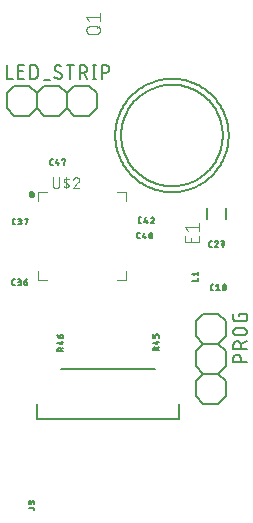
<source format=gbr>
G04 EAGLE Gerber X2 export*
G75*
%MOMM*%
%FSLAX34Y34*%
%LPD*%
%AMOC8*
5,1,8,0,0,1.08239X$1,22.5*%
G01*
%ADD10C,0.127000*%
%ADD11C,0.152400*%
%ADD12C,0.101600*%
%ADD13C,0.100000*%
%ADD14C,0.300000*%
%ADD15C,0.076200*%
%ADD16C,0.203200*%
%ADD17C,0.200000*%


D10*
X39703Y201009D02*
X38630Y201009D01*
X38565Y201011D01*
X38501Y201017D01*
X38437Y201027D01*
X38373Y201040D01*
X38311Y201058D01*
X38250Y201079D01*
X38190Y201103D01*
X38132Y201132D01*
X38075Y201164D01*
X38021Y201199D01*
X37969Y201237D01*
X37919Y201279D01*
X37872Y201323D01*
X37828Y201370D01*
X37786Y201420D01*
X37748Y201472D01*
X37713Y201526D01*
X37681Y201583D01*
X37652Y201641D01*
X37628Y201701D01*
X37607Y201762D01*
X37589Y201824D01*
X37576Y201888D01*
X37566Y201952D01*
X37560Y202016D01*
X37558Y202081D01*
X37558Y204763D01*
X37560Y204828D01*
X37566Y204892D01*
X37576Y204956D01*
X37589Y205020D01*
X37607Y205082D01*
X37628Y205143D01*
X37652Y205203D01*
X37681Y205261D01*
X37713Y205318D01*
X37748Y205372D01*
X37786Y205424D01*
X37828Y205474D01*
X37872Y205521D01*
X37919Y205565D01*
X37969Y205607D01*
X38021Y205645D01*
X38075Y205680D01*
X38132Y205712D01*
X38190Y205741D01*
X38250Y205765D01*
X38311Y205786D01*
X38373Y205804D01*
X38437Y205817D01*
X38501Y205827D01*
X38565Y205833D01*
X38630Y205835D01*
X39703Y205835D01*
X42159Y201009D02*
X43499Y201009D01*
X43570Y201011D01*
X43642Y201017D01*
X43712Y201026D01*
X43782Y201039D01*
X43852Y201056D01*
X43920Y201077D01*
X43987Y201101D01*
X44053Y201129D01*
X44117Y201160D01*
X44180Y201195D01*
X44240Y201233D01*
X44299Y201274D01*
X44355Y201318D01*
X44409Y201365D01*
X44460Y201414D01*
X44508Y201467D01*
X44554Y201522D01*
X44596Y201579D01*
X44636Y201639D01*
X44672Y201700D01*
X44705Y201764D01*
X44734Y201829D01*
X44760Y201895D01*
X44783Y201963D01*
X44802Y202032D01*
X44817Y202102D01*
X44828Y202172D01*
X44836Y202243D01*
X44840Y202314D01*
X44840Y202386D01*
X44836Y202457D01*
X44828Y202528D01*
X44817Y202598D01*
X44802Y202668D01*
X44783Y202737D01*
X44760Y202805D01*
X44734Y202871D01*
X44705Y202936D01*
X44672Y203000D01*
X44636Y203061D01*
X44596Y203121D01*
X44554Y203178D01*
X44508Y203233D01*
X44460Y203286D01*
X44409Y203335D01*
X44355Y203382D01*
X44299Y203426D01*
X44240Y203467D01*
X44180Y203505D01*
X44117Y203540D01*
X44053Y203571D01*
X43987Y203599D01*
X43920Y203623D01*
X43852Y203644D01*
X43782Y203661D01*
X43712Y203674D01*
X43642Y203683D01*
X43570Y203689D01*
X43499Y203691D01*
X43767Y205835D02*
X42159Y205835D01*
X43767Y205835D02*
X43832Y205833D01*
X43896Y205827D01*
X43960Y205817D01*
X44024Y205804D01*
X44086Y205786D01*
X44147Y205765D01*
X44207Y205741D01*
X44265Y205712D01*
X44322Y205680D01*
X44376Y205645D01*
X44428Y205607D01*
X44478Y205565D01*
X44525Y205521D01*
X44569Y205474D01*
X44611Y205424D01*
X44649Y205372D01*
X44684Y205318D01*
X44716Y205261D01*
X44745Y205203D01*
X44769Y205143D01*
X44790Y205082D01*
X44808Y205020D01*
X44821Y204956D01*
X44831Y204892D01*
X44837Y204828D01*
X44839Y204763D01*
X44837Y204698D01*
X44831Y204634D01*
X44821Y204570D01*
X44808Y204506D01*
X44790Y204444D01*
X44769Y204383D01*
X44745Y204323D01*
X44716Y204265D01*
X44684Y204208D01*
X44649Y204154D01*
X44611Y204102D01*
X44569Y204052D01*
X44525Y204005D01*
X44478Y203961D01*
X44428Y203919D01*
X44376Y203881D01*
X44322Y203846D01*
X44265Y203814D01*
X44207Y203785D01*
X44147Y203761D01*
X44086Y203740D01*
X44024Y203722D01*
X43960Y203709D01*
X43896Y203699D01*
X43832Y203693D01*
X43767Y203691D01*
X43767Y203690D02*
X42695Y203690D01*
X47645Y203690D02*
X49254Y203690D01*
X49319Y203688D01*
X49383Y203682D01*
X49447Y203672D01*
X49511Y203659D01*
X49573Y203641D01*
X49634Y203620D01*
X49694Y203596D01*
X49752Y203567D01*
X49809Y203535D01*
X49863Y203500D01*
X49915Y203462D01*
X49965Y203420D01*
X50012Y203376D01*
X50056Y203329D01*
X50098Y203279D01*
X50136Y203227D01*
X50171Y203173D01*
X50203Y203116D01*
X50232Y203058D01*
X50256Y202998D01*
X50277Y202937D01*
X50295Y202875D01*
X50308Y202811D01*
X50318Y202747D01*
X50324Y202683D01*
X50326Y202618D01*
X50326Y202350D01*
X50327Y202350D02*
X50325Y202279D01*
X50319Y202207D01*
X50310Y202137D01*
X50297Y202067D01*
X50280Y201997D01*
X50259Y201929D01*
X50235Y201862D01*
X50207Y201796D01*
X50176Y201732D01*
X50141Y201669D01*
X50103Y201609D01*
X50062Y201550D01*
X50018Y201494D01*
X49971Y201440D01*
X49922Y201389D01*
X49869Y201341D01*
X49814Y201295D01*
X49757Y201253D01*
X49697Y201213D01*
X49636Y201177D01*
X49572Y201144D01*
X49507Y201115D01*
X49441Y201089D01*
X49373Y201066D01*
X49304Y201047D01*
X49234Y201032D01*
X49164Y201021D01*
X49093Y201013D01*
X49022Y201009D01*
X48950Y201009D01*
X48879Y201013D01*
X48808Y201021D01*
X48738Y201032D01*
X48668Y201047D01*
X48599Y201066D01*
X48531Y201089D01*
X48465Y201115D01*
X48400Y201144D01*
X48336Y201177D01*
X48275Y201213D01*
X48215Y201253D01*
X48158Y201295D01*
X48103Y201341D01*
X48050Y201389D01*
X48001Y201440D01*
X47954Y201494D01*
X47910Y201550D01*
X47869Y201609D01*
X47831Y201669D01*
X47796Y201732D01*
X47765Y201796D01*
X47737Y201862D01*
X47713Y201929D01*
X47692Y201997D01*
X47675Y202067D01*
X47662Y202137D01*
X47653Y202207D01*
X47647Y202279D01*
X47645Y202350D01*
X47645Y203690D01*
X47647Y203781D01*
X47653Y203872D01*
X47662Y203962D01*
X47676Y204053D01*
X47693Y204142D01*
X47714Y204230D01*
X47739Y204318D01*
X47768Y204405D01*
X47800Y204490D01*
X47835Y204574D01*
X47875Y204656D01*
X47917Y204736D01*
X47963Y204815D01*
X48013Y204891D01*
X48065Y204965D01*
X48121Y205038D01*
X48180Y205107D01*
X48241Y205174D01*
X48306Y205239D01*
X48373Y205300D01*
X48442Y205359D01*
X48514Y205415D01*
X48589Y205467D01*
X48665Y205517D01*
X48744Y205563D01*
X48824Y205605D01*
X48906Y205645D01*
X48990Y205680D01*
X49075Y205712D01*
X49162Y205741D01*
X49249Y205766D01*
X49338Y205787D01*
X49427Y205804D01*
X49518Y205818D01*
X49608Y205827D01*
X49699Y205833D01*
X49790Y205835D01*
X40211Y252349D02*
X39138Y252349D01*
X39073Y252351D01*
X39009Y252357D01*
X38945Y252367D01*
X38881Y252380D01*
X38819Y252398D01*
X38758Y252419D01*
X38698Y252443D01*
X38640Y252472D01*
X38583Y252504D01*
X38529Y252539D01*
X38477Y252577D01*
X38427Y252619D01*
X38380Y252663D01*
X38336Y252710D01*
X38294Y252760D01*
X38256Y252812D01*
X38221Y252866D01*
X38189Y252923D01*
X38160Y252981D01*
X38136Y253041D01*
X38115Y253102D01*
X38097Y253164D01*
X38084Y253228D01*
X38074Y253292D01*
X38068Y253356D01*
X38066Y253421D01*
X38066Y256103D01*
X38068Y256168D01*
X38074Y256232D01*
X38084Y256296D01*
X38097Y256360D01*
X38115Y256422D01*
X38136Y256483D01*
X38160Y256543D01*
X38189Y256601D01*
X38221Y256658D01*
X38256Y256712D01*
X38294Y256764D01*
X38336Y256814D01*
X38380Y256861D01*
X38427Y256905D01*
X38477Y256947D01*
X38529Y256985D01*
X38583Y257020D01*
X38640Y257052D01*
X38698Y257081D01*
X38758Y257105D01*
X38819Y257126D01*
X38881Y257144D01*
X38945Y257157D01*
X39009Y257167D01*
X39073Y257173D01*
X39138Y257175D01*
X40211Y257175D01*
X42667Y252349D02*
X44007Y252349D01*
X44078Y252351D01*
X44150Y252357D01*
X44220Y252366D01*
X44290Y252379D01*
X44360Y252396D01*
X44428Y252417D01*
X44495Y252441D01*
X44561Y252469D01*
X44625Y252500D01*
X44688Y252535D01*
X44748Y252573D01*
X44807Y252614D01*
X44863Y252658D01*
X44917Y252705D01*
X44968Y252754D01*
X45016Y252807D01*
X45062Y252862D01*
X45104Y252919D01*
X45144Y252979D01*
X45180Y253040D01*
X45213Y253104D01*
X45242Y253169D01*
X45268Y253235D01*
X45291Y253303D01*
X45310Y253372D01*
X45325Y253442D01*
X45336Y253512D01*
X45344Y253583D01*
X45348Y253654D01*
X45348Y253726D01*
X45344Y253797D01*
X45336Y253868D01*
X45325Y253938D01*
X45310Y254008D01*
X45291Y254077D01*
X45268Y254145D01*
X45242Y254211D01*
X45213Y254276D01*
X45180Y254340D01*
X45144Y254401D01*
X45104Y254461D01*
X45062Y254518D01*
X45016Y254573D01*
X44968Y254626D01*
X44917Y254675D01*
X44863Y254722D01*
X44807Y254766D01*
X44748Y254807D01*
X44688Y254845D01*
X44625Y254880D01*
X44561Y254911D01*
X44495Y254939D01*
X44428Y254963D01*
X44360Y254984D01*
X44290Y255001D01*
X44220Y255014D01*
X44150Y255023D01*
X44078Y255029D01*
X44007Y255031D01*
X44275Y257175D02*
X42667Y257175D01*
X44275Y257175D02*
X44340Y257173D01*
X44404Y257167D01*
X44468Y257157D01*
X44532Y257144D01*
X44594Y257126D01*
X44655Y257105D01*
X44715Y257081D01*
X44773Y257052D01*
X44830Y257020D01*
X44884Y256985D01*
X44936Y256947D01*
X44986Y256905D01*
X45033Y256861D01*
X45077Y256814D01*
X45119Y256764D01*
X45157Y256712D01*
X45192Y256658D01*
X45224Y256601D01*
X45253Y256543D01*
X45277Y256483D01*
X45298Y256422D01*
X45316Y256360D01*
X45329Y256296D01*
X45339Y256232D01*
X45345Y256168D01*
X45347Y256103D01*
X45345Y256038D01*
X45339Y255974D01*
X45329Y255910D01*
X45316Y255846D01*
X45298Y255784D01*
X45277Y255723D01*
X45253Y255663D01*
X45224Y255605D01*
X45192Y255548D01*
X45157Y255494D01*
X45119Y255442D01*
X45077Y255392D01*
X45033Y255345D01*
X44986Y255301D01*
X44936Y255259D01*
X44884Y255221D01*
X44830Y255186D01*
X44773Y255154D01*
X44715Y255125D01*
X44655Y255101D01*
X44594Y255080D01*
X44532Y255062D01*
X44468Y255049D01*
X44404Y255039D01*
X44340Y255033D01*
X44275Y255031D01*
X44275Y255030D02*
X43203Y255030D01*
X48153Y256639D02*
X48153Y257175D01*
X50834Y257175D01*
X49494Y252349D01*
X144548Y240665D02*
X145621Y240665D01*
X144548Y240665D02*
X144483Y240667D01*
X144419Y240673D01*
X144355Y240683D01*
X144291Y240696D01*
X144229Y240714D01*
X144168Y240735D01*
X144108Y240759D01*
X144050Y240788D01*
X143993Y240820D01*
X143939Y240855D01*
X143887Y240893D01*
X143837Y240935D01*
X143790Y240979D01*
X143746Y241026D01*
X143704Y241076D01*
X143666Y241128D01*
X143631Y241182D01*
X143599Y241239D01*
X143570Y241297D01*
X143546Y241357D01*
X143525Y241418D01*
X143507Y241480D01*
X143494Y241544D01*
X143484Y241608D01*
X143478Y241672D01*
X143476Y241737D01*
X143476Y244419D01*
X143478Y244484D01*
X143484Y244548D01*
X143494Y244612D01*
X143507Y244676D01*
X143525Y244738D01*
X143546Y244799D01*
X143570Y244859D01*
X143599Y244917D01*
X143631Y244974D01*
X143666Y245028D01*
X143704Y245080D01*
X143746Y245130D01*
X143790Y245177D01*
X143837Y245221D01*
X143887Y245263D01*
X143939Y245301D01*
X143993Y245336D01*
X144050Y245368D01*
X144108Y245397D01*
X144168Y245421D01*
X144229Y245442D01*
X144291Y245460D01*
X144355Y245473D01*
X144419Y245483D01*
X144483Y245489D01*
X144548Y245491D01*
X145621Y245491D01*
X149149Y245491D02*
X148077Y241737D01*
X150758Y241737D01*
X149953Y240665D02*
X149953Y242810D01*
X153563Y243078D02*
X153565Y243198D01*
X153570Y243318D01*
X153579Y243438D01*
X153592Y243558D01*
X153608Y243677D01*
X153628Y243796D01*
X153652Y243914D01*
X153679Y244031D01*
X153709Y244147D01*
X153743Y244262D01*
X153781Y244377D01*
X153822Y244490D01*
X153866Y244601D01*
X153914Y244712D01*
X153965Y244821D01*
X153966Y244821D02*
X153987Y244878D01*
X154013Y244934D01*
X154041Y244989D01*
X154073Y245041D01*
X154109Y245092D01*
X154147Y245140D01*
X154188Y245186D01*
X154232Y245229D01*
X154278Y245269D01*
X154327Y245306D01*
X154379Y245340D01*
X154432Y245371D01*
X154487Y245399D01*
X154543Y245423D01*
X154601Y245444D01*
X154660Y245461D01*
X154720Y245474D01*
X154781Y245483D01*
X154843Y245489D01*
X154904Y245491D01*
X154965Y245489D01*
X155027Y245483D01*
X155088Y245474D01*
X155148Y245461D01*
X155207Y245444D01*
X155265Y245423D01*
X155321Y245399D01*
X155376Y245371D01*
X155429Y245340D01*
X155481Y245306D01*
X155530Y245269D01*
X155576Y245229D01*
X155620Y245186D01*
X155661Y245140D01*
X155699Y245092D01*
X155735Y245041D01*
X155767Y244989D01*
X155795Y244934D01*
X155821Y244878D01*
X155842Y244821D01*
X155893Y244712D01*
X155941Y244601D01*
X155985Y244490D01*
X156026Y244377D01*
X156064Y244262D01*
X156098Y244147D01*
X156128Y244031D01*
X156155Y243914D01*
X156179Y243796D01*
X156199Y243677D01*
X156215Y243558D01*
X156228Y243438D01*
X156237Y243318D01*
X156242Y243198D01*
X156244Y243078D01*
X153563Y243078D02*
X153565Y242958D01*
X153570Y242838D01*
X153579Y242718D01*
X153592Y242598D01*
X153608Y242479D01*
X153628Y242360D01*
X153652Y242242D01*
X153679Y242125D01*
X153709Y242009D01*
X153743Y241894D01*
X153781Y241779D01*
X153822Y241666D01*
X153866Y241555D01*
X153914Y241444D01*
X153965Y241335D01*
X153966Y241335D02*
X153987Y241278D01*
X154013Y241222D01*
X154041Y241167D01*
X154073Y241115D01*
X154109Y241064D01*
X154147Y241016D01*
X154188Y240970D01*
X154232Y240927D01*
X154278Y240887D01*
X154327Y240850D01*
X154379Y240816D01*
X154432Y240785D01*
X154487Y240757D01*
X154543Y240733D01*
X154601Y240712D01*
X154660Y240695D01*
X154720Y240682D01*
X154781Y240673D01*
X154843Y240667D01*
X154904Y240665D01*
X155842Y241335D02*
X155893Y241444D01*
X155941Y241555D01*
X155985Y241666D01*
X156026Y241779D01*
X156064Y241894D01*
X156098Y242009D01*
X156128Y242125D01*
X156155Y242242D01*
X156179Y242360D01*
X156199Y242479D01*
X156215Y242598D01*
X156228Y242718D01*
X156237Y242838D01*
X156242Y242958D01*
X156244Y243078D01*
X155842Y241335D02*
X155821Y241278D01*
X155795Y241222D01*
X155767Y241167D01*
X155735Y241115D01*
X155699Y241064D01*
X155661Y241016D01*
X155620Y240970D01*
X155576Y240927D01*
X155529Y240887D01*
X155481Y240850D01*
X155429Y240816D01*
X155376Y240785D01*
X155321Y240757D01*
X155265Y240733D01*
X155207Y240712D01*
X155148Y240695D01*
X155088Y240682D01*
X155027Y240673D01*
X154965Y240667D01*
X154904Y240665D01*
X153831Y241737D02*
X155976Y244419D01*
X146891Y253619D02*
X145818Y253619D01*
X145753Y253621D01*
X145689Y253627D01*
X145625Y253637D01*
X145561Y253650D01*
X145499Y253668D01*
X145438Y253689D01*
X145378Y253713D01*
X145320Y253742D01*
X145263Y253774D01*
X145209Y253809D01*
X145157Y253847D01*
X145107Y253889D01*
X145060Y253933D01*
X145016Y253980D01*
X144974Y254030D01*
X144936Y254082D01*
X144901Y254136D01*
X144869Y254193D01*
X144840Y254251D01*
X144816Y254311D01*
X144795Y254372D01*
X144777Y254434D01*
X144764Y254498D01*
X144754Y254562D01*
X144748Y254626D01*
X144746Y254691D01*
X144746Y257373D01*
X144748Y257438D01*
X144754Y257502D01*
X144764Y257566D01*
X144777Y257630D01*
X144795Y257692D01*
X144816Y257753D01*
X144840Y257813D01*
X144869Y257871D01*
X144901Y257928D01*
X144936Y257982D01*
X144974Y258034D01*
X145016Y258084D01*
X145060Y258131D01*
X145107Y258175D01*
X145157Y258217D01*
X145209Y258255D01*
X145263Y258290D01*
X145320Y258322D01*
X145378Y258351D01*
X145438Y258375D01*
X145499Y258396D01*
X145561Y258414D01*
X145625Y258427D01*
X145689Y258437D01*
X145753Y258443D01*
X145818Y258445D01*
X146891Y258445D01*
X150419Y258445D02*
X149347Y254691D01*
X152028Y254691D01*
X151223Y253619D02*
X151223Y255764D01*
X156308Y258445D02*
X156376Y258443D01*
X156443Y258437D01*
X156510Y258428D01*
X156577Y258415D01*
X156642Y258398D01*
X156707Y258377D01*
X156770Y258353D01*
X156832Y258325D01*
X156892Y258294D01*
X156950Y258260D01*
X157006Y258222D01*
X157061Y258182D01*
X157112Y258138D01*
X157161Y258091D01*
X157208Y258042D01*
X157252Y257991D01*
X157292Y257936D01*
X157330Y257880D01*
X157364Y257822D01*
X157395Y257762D01*
X157423Y257700D01*
X157447Y257637D01*
X157468Y257572D01*
X157485Y257507D01*
X157498Y257440D01*
X157507Y257373D01*
X157513Y257306D01*
X157515Y257238D01*
X156308Y258445D02*
X156230Y258443D01*
X156152Y258437D01*
X156075Y258427D01*
X155998Y258414D01*
X155922Y258396D01*
X155847Y258375D01*
X155773Y258350D01*
X155701Y258321D01*
X155630Y258289D01*
X155561Y258253D01*
X155493Y258214D01*
X155428Y258171D01*
X155365Y258125D01*
X155304Y258076D01*
X155246Y258024D01*
X155191Y257969D01*
X155138Y257912D01*
X155089Y257852D01*
X155042Y257789D01*
X154999Y257725D01*
X154959Y257658D01*
X154922Y257589D01*
X154889Y257518D01*
X154859Y257446D01*
X154833Y257373D01*
X157112Y256300D02*
X157161Y256349D01*
X157208Y256401D01*
X157251Y256456D01*
X157292Y256513D01*
X157330Y256572D01*
X157364Y256633D01*
X157395Y256696D01*
X157423Y256760D01*
X157447Y256826D01*
X157467Y256892D01*
X157484Y256960D01*
X157497Y257029D01*
X157506Y257098D01*
X157512Y257168D01*
X157514Y257238D01*
X157112Y256300D02*
X154833Y253619D01*
X157514Y253619D01*
X71961Y302895D02*
X70888Y302895D01*
X70823Y302897D01*
X70759Y302903D01*
X70695Y302913D01*
X70631Y302926D01*
X70569Y302944D01*
X70508Y302965D01*
X70448Y302989D01*
X70390Y303018D01*
X70333Y303050D01*
X70279Y303085D01*
X70227Y303123D01*
X70177Y303165D01*
X70130Y303209D01*
X70086Y303256D01*
X70044Y303306D01*
X70006Y303358D01*
X69971Y303412D01*
X69939Y303469D01*
X69910Y303527D01*
X69886Y303587D01*
X69865Y303648D01*
X69847Y303710D01*
X69834Y303774D01*
X69824Y303838D01*
X69818Y303902D01*
X69816Y303967D01*
X69816Y306649D01*
X69818Y306714D01*
X69824Y306778D01*
X69834Y306842D01*
X69847Y306906D01*
X69865Y306968D01*
X69886Y307029D01*
X69910Y307089D01*
X69939Y307147D01*
X69971Y307204D01*
X70006Y307258D01*
X70044Y307310D01*
X70086Y307360D01*
X70130Y307407D01*
X70177Y307451D01*
X70227Y307493D01*
X70279Y307531D01*
X70333Y307566D01*
X70390Y307598D01*
X70448Y307627D01*
X70508Y307651D01*
X70569Y307672D01*
X70631Y307690D01*
X70695Y307703D01*
X70759Y307713D01*
X70823Y307719D01*
X70888Y307721D01*
X71961Y307721D01*
X75489Y307721D02*
X74417Y303967D01*
X77098Y303967D01*
X76293Y302895D02*
X76293Y305040D01*
X79903Y307185D02*
X79903Y307721D01*
X82584Y307721D01*
X81244Y302895D01*
D11*
X52070Y369570D02*
X39370Y369570D01*
X52070Y369570D02*
X58420Y363220D01*
X58420Y350520D01*
X52070Y344170D01*
X58420Y363220D02*
X64770Y369570D01*
X77470Y369570D01*
X83820Y363220D01*
X83820Y350520D01*
X77470Y344170D01*
X64770Y344170D01*
X58420Y350520D01*
X33020Y350520D02*
X33020Y363220D01*
X39370Y369570D01*
X33020Y350520D02*
X39370Y344170D01*
X52070Y344170D01*
X83820Y363220D02*
X90170Y369570D01*
X102870Y369570D01*
X109220Y363220D01*
X109220Y350520D01*
X102870Y344170D01*
X90170Y344170D01*
X83820Y350520D01*
D10*
X32893Y375793D02*
X32893Y387223D01*
X32893Y375793D02*
X37973Y375793D01*
X42799Y375793D02*
X47879Y375793D01*
X42799Y375793D02*
X42799Y387223D01*
X47879Y387223D01*
X46609Y382143D02*
X42799Y382143D01*
X52680Y387223D02*
X52680Y375793D01*
X52680Y387223D02*
X55855Y387223D01*
X55966Y387221D01*
X56076Y387215D01*
X56187Y387206D01*
X56297Y387192D01*
X56406Y387175D01*
X56515Y387154D01*
X56623Y387129D01*
X56730Y387100D01*
X56836Y387068D01*
X56941Y387032D01*
X57044Y386992D01*
X57146Y386949D01*
X57247Y386902D01*
X57346Y386851D01*
X57443Y386798D01*
X57537Y386741D01*
X57630Y386680D01*
X57721Y386617D01*
X57810Y386550D01*
X57896Y386480D01*
X57979Y386407D01*
X58061Y386332D01*
X58139Y386254D01*
X58214Y386172D01*
X58287Y386089D01*
X58357Y386003D01*
X58424Y385914D01*
X58487Y385823D01*
X58548Y385730D01*
X58605Y385636D01*
X58658Y385539D01*
X58709Y385440D01*
X58756Y385339D01*
X58799Y385237D01*
X58839Y385134D01*
X58875Y385029D01*
X58907Y384923D01*
X58936Y384816D01*
X58961Y384708D01*
X58982Y384599D01*
X58999Y384490D01*
X59013Y384380D01*
X59022Y384269D01*
X59028Y384159D01*
X59030Y384048D01*
X59030Y378968D01*
X59028Y378857D01*
X59022Y378747D01*
X59013Y378636D01*
X58999Y378526D01*
X58982Y378417D01*
X58961Y378308D01*
X58936Y378200D01*
X58907Y378093D01*
X58875Y377987D01*
X58839Y377882D01*
X58799Y377779D01*
X58756Y377677D01*
X58709Y377576D01*
X58658Y377477D01*
X58605Y377380D01*
X58548Y377286D01*
X58487Y377193D01*
X58424Y377102D01*
X58357Y377013D01*
X58287Y376927D01*
X58214Y376844D01*
X58139Y376762D01*
X58061Y376684D01*
X57979Y376609D01*
X57896Y376536D01*
X57810Y376466D01*
X57721Y376399D01*
X57630Y376336D01*
X57537Y376275D01*
X57442Y376218D01*
X57346Y376165D01*
X57247Y376114D01*
X57146Y376067D01*
X57044Y376024D01*
X56941Y375984D01*
X56836Y375948D01*
X56730Y375916D01*
X56623Y375887D01*
X56515Y375862D01*
X56406Y375841D01*
X56297Y375824D01*
X56187Y375810D01*
X56076Y375801D01*
X55966Y375795D01*
X55855Y375793D01*
X52680Y375793D01*
X63983Y374523D02*
X69063Y374523D01*
X77064Y375793D02*
X77164Y375795D01*
X77263Y375801D01*
X77363Y375811D01*
X77461Y375824D01*
X77560Y375842D01*
X77657Y375863D01*
X77753Y375888D01*
X77849Y375917D01*
X77943Y375950D01*
X78036Y375986D01*
X78127Y376026D01*
X78217Y376070D01*
X78305Y376117D01*
X78391Y376167D01*
X78475Y376221D01*
X78557Y376278D01*
X78636Y376338D01*
X78714Y376402D01*
X78788Y376468D01*
X78860Y376537D01*
X78929Y376609D01*
X78995Y376683D01*
X79059Y376761D01*
X79119Y376840D01*
X79176Y376922D01*
X79230Y377006D01*
X79280Y377092D01*
X79327Y377180D01*
X79371Y377270D01*
X79411Y377361D01*
X79447Y377454D01*
X79480Y377548D01*
X79509Y377644D01*
X79534Y377740D01*
X79555Y377837D01*
X79573Y377936D01*
X79586Y378034D01*
X79596Y378134D01*
X79602Y378233D01*
X79604Y378333D01*
X77064Y375793D02*
X76923Y375795D01*
X76782Y375800D01*
X76641Y375810D01*
X76500Y375823D01*
X76360Y375839D01*
X76220Y375860D01*
X76081Y375884D01*
X75942Y375912D01*
X75805Y375943D01*
X75668Y375978D01*
X75532Y376016D01*
X75397Y376058D01*
X75264Y376104D01*
X75131Y376153D01*
X75000Y376206D01*
X74871Y376262D01*
X74742Y376321D01*
X74616Y376384D01*
X74491Y376450D01*
X74368Y376519D01*
X74247Y376592D01*
X74128Y376668D01*
X74010Y376747D01*
X73895Y376828D01*
X73783Y376913D01*
X73672Y377001D01*
X73564Y377092D01*
X73458Y377185D01*
X73355Y377282D01*
X73254Y377381D01*
X73571Y384683D02*
X73573Y384783D01*
X73579Y384882D01*
X73589Y384982D01*
X73602Y385080D01*
X73620Y385179D01*
X73641Y385276D01*
X73666Y385372D01*
X73695Y385468D01*
X73728Y385562D01*
X73764Y385655D01*
X73804Y385746D01*
X73848Y385836D01*
X73895Y385924D01*
X73945Y386010D01*
X73999Y386094D01*
X74056Y386176D01*
X74116Y386255D01*
X74180Y386333D01*
X74246Y386407D01*
X74315Y386479D01*
X74387Y386548D01*
X74461Y386614D01*
X74539Y386678D01*
X74618Y386738D01*
X74700Y386795D01*
X74784Y386849D01*
X74870Y386899D01*
X74958Y386946D01*
X75048Y386990D01*
X75139Y387030D01*
X75232Y387066D01*
X75326Y387099D01*
X75422Y387128D01*
X75518Y387153D01*
X75615Y387174D01*
X75714Y387192D01*
X75812Y387205D01*
X75912Y387215D01*
X76011Y387221D01*
X76111Y387223D01*
X76111Y387224D02*
X76244Y387222D01*
X76377Y387217D01*
X76510Y387207D01*
X76643Y387194D01*
X76775Y387177D01*
X76907Y387157D01*
X77038Y387133D01*
X77168Y387105D01*
X77298Y387074D01*
X77426Y387039D01*
X77554Y387000D01*
X77680Y386958D01*
X77805Y386912D01*
X77929Y386863D01*
X78052Y386811D01*
X78173Y386755D01*
X78292Y386695D01*
X78410Y386633D01*
X78525Y386567D01*
X78639Y386498D01*
X78751Y386425D01*
X78861Y386350D01*
X78969Y386271D01*
X74841Y382460D02*
X74757Y382512D01*
X74674Y382567D01*
X74594Y382626D01*
X74516Y382687D01*
X74441Y382751D01*
X74368Y382819D01*
X74297Y382889D01*
X74230Y382961D01*
X74165Y383036D01*
X74103Y383114D01*
X74044Y383194D01*
X73988Y383276D01*
X73936Y383360D01*
X73887Y383446D01*
X73841Y383534D01*
X73798Y383624D01*
X73759Y383715D01*
X73724Y383808D01*
X73692Y383902D01*
X73664Y383997D01*
X73639Y384093D01*
X73619Y384190D01*
X73601Y384288D01*
X73588Y384386D01*
X73579Y384485D01*
X73573Y384584D01*
X73571Y384683D01*
X78334Y380556D02*
X78418Y380504D01*
X78501Y380449D01*
X78581Y380390D01*
X78659Y380329D01*
X78734Y380265D01*
X78807Y380197D01*
X78878Y380127D01*
X78945Y380055D01*
X79010Y379980D01*
X79072Y379902D01*
X79131Y379822D01*
X79187Y379740D01*
X79239Y379656D01*
X79288Y379570D01*
X79334Y379482D01*
X79377Y379392D01*
X79416Y379301D01*
X79451Y379208D01*
X79483Y379114D01*
X79511Y379019D01*
X79536Y378923D01*
X79556Y378826D01*
X79574Y378728D01*
X79587Y378630D01*
X79596Y378531D01*
X79602Y378432D01*
X79604Y378333D01*
X78334Y380556D02*
X74841Y382461D01*
X86716Y387223D02*
X86716Y375793D01*
X83541Y387223D02*
X89891Y387223D01*
X94672Y387223D02*
X94672Y375793D01*
X94672Y387223D02*
X97847Y387223D01*
X97958Y387221D01*
X98068Y387215D01*
X98179Y387206D01*
X98289Y387192D01*
X98398Y387175D01*
X98507Y387154D01*
X98615Y387129D01*
X98722Y387100D01*
X98828Y387068D01*
X98933Y387032D01*
X99036Y386992D01*
X99138Y386949D01*
X99239Y386902D01*
X99338Y386851D01*
X99435Y386798D01*
X99529Y386741D01*
X99622Y386680D01*
X99713Y386617D01*
X99802Y386550D01*
X99888Y386480D01*
X99971Y386407D01*
X100053Y386332D01*
X100131Y386254D01*
X100206Y386172D01*
X100279Y386089D01*
X100349Y386003D01*
X100416Y385914D01*
X100479Y385823D01*
X100540Y385730D01*
X100597Y385635D01*
X100650Y385539D01*
X100701Y385440D01*
X100748Y385339D01*
X100791Y385237D01*
X100831Y385134D01*
X100867Y385029D01*
X100899Y384923D01*
X100928Y384816D01*
X100953Y384708D01*
X100974Y384599D01*
X100991Y384490D01*
X101005Y384380D01*
X101014Y384269D01*
X101020Y384159D01*
X101022Y384048D01*
X101020Y383937D01*
X101014Y383827D01*
X101005Y383716D01*
X100991Y383606D01*
X100974Y383497D01*
X100953Y383388D01*
X100928Y383280D01*
X100899Y383173D01*
X100867Y383067D01*
X100831Y382962D01*
X100791Y382859D01*
X100748Y382757D01*
X100701Y382656D01*
X100650Y382557D01*
X100597Y382460D01*
X100540Y382366D01*
X100479Y382273D01*
X100416Y382182D01*
X100349Y382093D01*
X100279Y382007D01*
X100206Y381924D01*
X100131Y381842D01*
X100053Y381764D01*
X99971Y381689D01*
X99888Y381616D01*
X99802Y381546D01*
X99713Y381479D01*
X99622Y381416D01*
X99529Y381355D01*
X99434Y381298D01*
X99338Y381245D01*
X99239Y381194D01*
X99138Y381147D01*
X99036Y381104D01*
X98933Y381064D01*
X98828Y381028D01*
X98722Y380996D01*
X98615Y380967D01*
X98507Y380942D01*
X98398Y380921D01*
X98289Y380904D01*
X98179Y380890D01*
X98068Y380881D01*
X97958Y380875D01*
X97847Y380873D01*
X94672Y380873D01*
X98482Y380873D02*
X101022Y375793D01*
X106909Y375793D02*
X106909Y387223D01*
X105639Y375793D02*
X108179Y375793D01*
X108179Y387223D02*
X105639Y387223D01*
X113449Y387223D02*
X113449Y375793D01*
X113449Y387223D02*
X116624Y387223D01*
X116735Y387221D01*
X116845Y387215D01*
X116956Y387206D01*
X117066Y387192D01*
X117175Y387175D01*
X117284Y387154D01*
X117392Y387129D01*
X117499Y387100D01*
X117605Y387068D01*
X117710Y387032D01*
X117813Y386992D01*
X117915Y386949D01*
X118016Y386902D01*
X118115Y386851D01*
X118212Y386798D01*
X118306Y386741D01*
X118399Y386680D01*
X118490Y386617D01*
X118579Y386550D01*
X118665Y386480D01*
X118748Y386407D01*
X118830Y386332D01*
X118908Y386254D01*
X118983Y386172D01*
X119056Y386089D01*
X119126Y386003D01*
X119193Y385914D01*
X119256Y385823D01*
X119317Y385730D01*
X119374Y385635D01*
X119427Y385539D01*
X119478Y385440D01*
X119525Y385339D01*
X119568Y385237D01*
X119608Y385134D01*
X119644Y385029D01*
X119676Y384923D01*
X119705Y384816D01*
X119730Y384708D01*
X119751Y384599D01*
X119768Y384490D01*
X119782Y384380D01*
X119791Y384269D01*
X119797Y384159D01*
X119799Y384048D01*
X119797Y383937D01*
X119791Y383827D01*
X119782Y383716D01*
X119768Y383606D01*
X119751Y383497D01*
X119730Y383388D01*
X119705Y383280D01*
X119676Y383173D01*
X119644Y383067D01*
X119608Y382962D01*
X119568Y382859D01*
X119525Y382757D01*
X119478Y382656D01*
X119427Y382557D01*
X119374Y382460D01*
X119317Y382366D01*
X119256Y382273D01*
X119193Y382182D01*
X119126Y382093D01*
X119056Y382007D01*
X118983Y381924D01*
X118908Y381842D01*
X118830Y381764D01*
X118748Y381689D01*
X118665Y381616D01*
X118579Y381546D01*
X118490Y381479D01*
X118399Y381416D01*
X118306Y381355D01*
X118211Y381298D01*
X118115Y381245D01*
X118016Y381194D01*
X117915Y381147D01*
X117813Y381104D01*
X117710Y381064D01*
X117605Y381028D01*
X117499Y380996D01*
X117392Y380967D01*
X117284Y380942D01*
X117175Y380921D01*
X117066Y380904D01*
X116956Y380890D01*
X116845Y380881D01*
X116735Y380875D01*
X116624Y380873D01*
X113449Y380873D01*
D11*
X218440Y170180D02*
X218440Y157480D01*
X212090Y151130D01*
X199390Y151130D01*
X193040Y157480D01*
X212090Y151130D02*
X218440Y144780D01*
X218440Y132080D01*
X212090Y125730D01*
X199390Y125730D01*
X193040Y132080D01*
X193040Y144780D01*
X199390Y151130D01*
X199390Y176530D02*
X212090Y176530D01*
X218440Y170180D01*
X199390Y176530D02*
X193040Y170180D01*
X193040Y157480D01*
X212090Y125730D02*
X218440Y119380D01*
X218440Y106680D01*
X212090Y100330D01*
X199390Y100330D01*
X193040Y106680D01*
X193040Y119380D01*
X199390Y125730D01*
D10*
X224663Y135827D02*
X236093Y135827D01*
X224663Y135827D02*
X224663Y139002D01*
X224665Y139113D01*
X224671Y139223D01*
X224680Y139334D01*
X224694Y139444D01*
X224711Y139553D01*
X224732Y139662D01*
X224757Y139770D01*
X224786Y139877D01*
X224818Y139983D01*
X224854Y140088D01*
X224894Y140191D01*
X224937Y140293D01*
X224984Y140394D01*
X225035Y140493D01*
X225088Y140590D01*
X225145Y140684D01*
X225206Y140777D01*
X225269Y140868D01*
X225336Y140957D01*
X225406Y141043D01*
X225479Y141126D01*
X225554Y141208D01*
X225632Y141286D01*
X225714Y141361D01*
X225797Y141434D01*
X225883Y141504D01*
X225972Y141571D01*
X226063Y141634D01*
X226156Y141695D01*
X226251Y141752D01*
X226347Y141805D01*
X226446Y141856D01*
X226547Y141903D01*
X226649Y141946D01*
X226752Y141986D01*
X226857Y142022D01*
X226963Y142054D01*
X227070Y142083D01*
X227178Y142108D01*
X227287Y142129D01*
X227396Y142146D01*
X227506Y142160D01*
X227617Y142169D01*
X227727Y142175D01*
X227838Y142177D01*
X227949Y142175D01*
X228059Y142169D01*
X228170Y142160D01*
X228280Y142146D01*
X228389Y142129D01*
X228498Y142108D01*
X228606Y142083D01*
X228713Y142054D01*
X228819Y142022D01*
X228924Y141986D01*
X229027Y141946D01*
X229129Y141903D01*
X229230Y141856D01*
X229329Y141805D01*
X229426Y141752D01*
X229520Y141695D01*
X229613Y141634D01*
X229704Y141571D01*
X229793Y141504D01*
X229879Y141434D01*
X229962Y141361D01*
X230044Y141286D01*
X230122Y141208D01*
X230197Y141126D01*
X230270Y141043D01*
X230340Y140957D01*
X230407Y140868D01*
X230470Y140777D01*
X230531Y140684D01*
X230588Y140590D01*
X230641Y140493D01*
X230692Y140394D01*
X230739Y140293D01*
X230782Y140191D01*
X230822Y140088D01*
X230858Y139983D01*
X230890Y139877D01*
X230919Y139770D01*
X230944Y139662D01*
X230965Y139553D01*
X230982Y139444D01*
X230996Y139334D01*
X231005Y139223D01*
X231011Y139113D01*
X231013Y139002D01*
X231013Y135827D01*
X236093Y147149D02*
X224663Y147149D01*
X224663Y150324D01*
X224665Y150435D01*
X224671Y150545D01*
X224680Y150656D01*
X224694Y150766D01*
X224711Y150875D01*
X224732Y150984D01*
X224757Y151092D01*
X224786Y151199D01*
X224818Y151305D01*
X224854Y151410D01*
X224894Y151513D01*
X224937Y151615D01*
X224984Y151716D01*
X225035Y151815D01*
X225088Y151912D01*
X225145Y152006D01*
X225206Y152099D01*
X225269Y152190D01*
X225336Y152279D01*
X225406Y152365D01*
X225479Y152448D01*
X225554Y152530D01*
X225632Y152608D01*
X225714Y152683D01*
X225797Y152756D01*
X225883Y152826D01*
X225972Y152893D01*
X226063Y152956D01*
X226156Y153017D01*
X226251Y153074D01*
X226347Y153127D01*
X226446Y153178D01*
X226547Y153225D01*
X226649Y153268D01*
X226752Y153308D01*
X226857Y153344D01*
X226963Y153376D01*
X227070Y153405D01*
X227178Y153430D01*
X227287Y153451D01*
X227396Y153468D01*
X227506Y153482D01*
X227617Y153491D01*
X227727Y153497D01*
X227838Y153499D01*
X227949Y153497D01*
X228059Y153491D01*
X228170Y153482D01*
X228280Y153468D01*
X228389Y153451D01*
X228498Y153430D01*
X228606Y153405D01*
X228713Y153376D01*
X228819Y153344D01*
X228924Y153308D01*
X229027Y153268D01*
X229129Y153225D01*
X229230Y153178D01*
X229329Y153127D01*
X229426Y153074D01*
X229520Y153017D01*
X229613Y152956D01*
X229704Y152893D01*
X229793Y152826D01*
X229879Y152756D01*
X229962Y152683D01*
X230044Y152608D01*
X230122Y152530D01*
X230197Y152448D01*
X230270Y152365D01*
X230340Y152279D01*
X230407Y152190D01*
X230470Y152099D01*
X230531Y152006D01*
X230588Y151912D01*
X230641Y151815D01*
X230692Y151716D01*
X230739Y151615D01*
X230782Y151513D01*
X230822Y151410D01*
X230858Y151305D01*
X230890Y151199D01*
X230919Y151092D01*
X230944Y150984D01*
X230965Y150875D01*
X230982Y150766D01*
X230996Y150656D01*
X231005Y150545D01*
X231011Y150435D01*
X231013Y150324D01*
X231013Y147149D01*
X231013Y150959D02*
X236093Y153499D01*
X232918Y158496D02*
X227838Y158496D01*
X227727Y158498D01*
X227617Y158504D01*
X227506Y158513D01*
X227396Y158527D01*
X227287Y158544D01*
X227178Y158565D01*
X227070Y158590D01*
X226963Y158619D01*
X226857Y158651D01*
X226752Y158687D01*
X226649Y158727D01*
X226547Y158770D01*
X226446Y158817D01*
X226347Y158868D01*
X226251Y158921D01*
X226156Y158978D01*
X226063Y159039D01*
X225972Y159102D01*
X225883Y159169D01*
X225797Y159239D01*
X225714Y159312D01*
X225632Y159387D01*
X225554Y159465D01*
X225479Y159547D01*
X225406Y159630D01*
X225336Y159716D01*
X225269Y159805D01*
X225206Y159896D01*
X225145Y159989D01*
X225088Y160084D01*
X225035Y160180D01*
X224984Y160279D01*
X224937Y160380D01*
X224894Y160482D01*
X224854Y160585D01*
X224818Y160690D01*
X224786Y160796D01*
X224757Y160903D01*
X224732Y161011D01*
X224711Y161120D01*
X224694Y161229D01*
X224680Y161339D01*
X224671Y161450D01*
X224665Y161560D01*
X224663Y161671D01*
X224665Y161782D01*
X224671Y161892D01*
X224680Y162003D01*
X224694Y162113D01*
X224711Y162222D01*
X224732Y162331D01*
X224757Y162439D01*
X224786Y162546D01*
X224818Y162652D01*
X224854Y162757D01*
X224894Y162860D01*
X224937Y162962D01*
X224984Y163063D01*
X225035Y163162D01*
X225088Y163259D01*
X225145Y163353D01*
X225206Y163446D01*
X225269Y163537D01*
X225336Y163626D01*
X225406Y163712D01*
X225479Y163795D01*
X225554Y163877D01*
X225632Y163955D01*
X225714Y164030D01*
X225797Y164103D01*
X225883Y164173D01*
X225972Y164240D01*
X226063Y164303D01*
X226156Y164364D01*
X226251Y164421D01*
X226347Y164474D01*
X226446Y164525D01*
X226547Y164572D01*
X226649Y164615D01*
X226752Y164655D01*
X226857Y164691D01*
X226963Y164723D01*
X227070Y164752D01*
X227178Y164777D01*
X227287Y164798D01*
X227396Y164815D01*
X227506Y164829D01*
X227617Y164838D01*
X227727Y164844D01*
X227838Y164846D01*
X232918Y164846D01*
X233029Y164844D01*
X233139Y164838D01*
X233250Y164829D01*
X233360Y164815D01*
X233469Y164798D01*
X233578Y164777D01*
X233686Y164752D01*
X233793Y164723D01*
X233899Y164691D01*
X234004Y164655D01*
X234107Y164615D01*
X234209Y164572D01*
X234310Y164525D01*
X234409Y164474D01*
X234506Y164421D01*
X234600Y164364D01*
X234693Y164303D01*
X234784Y164240D01*
X234873Y164173D01*
X234959Y164103D01*
X235042Y164030D01*
X235124Y163955D01*
X235202Y163877D01*
X235277Y163795D01*
X235350Y163712D01*
X235420Y163626D01*
X235487Y163537D01*
X235550Y163446D01*
X235611Y163353D01*
X235668Y163258D01*
X235721Y163162D01*
X235772Y163063D01*
X235819Y162962D01*
X235862Y162860D01*
X235902Y162757D01*
X235938Y162652D01*
X235970Y162546D01*
X235999Y162439D01*
X236024Y162331D01*
X236045Y162222D01*
X236062Y162113D01*
X236076Y162003D01*
X236085Y161892D01*
X236091Y161782D01*
X236093Y161671D01*
X236091Y161560D01*
X236085Y161450D01*
X236076Y161339D01*
X236062Y161229D01*
X236045Y161120D01*
X236024Y161011D01*
X235999Y160903D01*
X235970Y160796D01*
X235938Y160690D01*
X235902Y160585D01*
X235862Y160482D01*
X235819Y160380D01*
X235772Y160279D01*
X235721Y160180D01*
X235668Y160083D01*
X235611Y159989D01*
X235550Y159896D01*
X235487Y159805D01*
X235420Y159716D01*
X235350Y159630D01*
X235277Y159547D01*
X235202Y159465D01*
X235124Y159387D01*
X235042Y159312D01*
X234959Y159239D01*
X234873Y159169D01*
X234784Y159102D01*
X234693Y159039D01*
X234600Y158978D01*
X234505Y158921D01*
X234409Y158868D01*
X234310Y158817D01*
X234209Y158770D01*
X234107Y158727D01*
X234004Y158687D01*
X233899Y158651D01*
X233793Y158619D01*
X233686Y158590D01*
X233578Y158565D01*
X233469Y158544D01*
X233360Y158527D01*
X233250Y158513D01*
X233139Y158504D01*
X233029Y158498D01*
X232918Y158496D01*
X229743Y174752D02*
X229743Y176657D01*
X236093Y176657D01*
X236093Y172847D01*
X236091Y172747D01*
X236085Y172648D01*
X236075Y172548D01*
X236062Y172450D01*
X236044Y172351D01*
X236023Y172254D01*
X235998Y172158D01*
X235969Y172062D01*
X235936Y171968D01*
X235900Y171875D01*
X235860Y171784D01*
X235816Y171694D01*
X235769Y171606D01*
X235719Y171520D01*
X235665Y171436D01*
X235608Y171354D01*
X235548Y171275D01*
X235484Y171197D01*
X235418Y171123D01*
X235349Y171051D01*
X235277Y170982D01*
X235203Y170916D01*
X235125Y170852D01*
X235046Y170792D01*
X234964Y170735D01*
X234880Y170681D01*
X234794Y170631D01*
X234706Y170584D01*
X234616Y170540D01*
X234525Y170500D01*
X234432Y170464D01*
X234338Y170431D01*
X234242Y170402D01*
X234146Y170377D01*
X234049Y170356D01*
X233950Y170338D01*
X233852Y170325D01*
X233752Y170315D01*
X233653Y170309D01*
X233553Y170307D01*
X227203Y170307D01*
X227103Y170309D01*
X227004Y170315D01*
X226904Y170325D01*
X226806Y170338D01*
X226707Y170356D01*
X226610Y170377D01*
X226514Y170402D01*
X226418Y170431D01*
X226324Y170464D01*
X226231Y170500D01*
X226140Y170540D01*
X226050Y170584D01*
X225962Y170631D01*
X225876Y170681D01*
X225792Y170735D01*
X225710Y170792D01*
X225631Y170852D01*
X225553Y170916D01*
X225479Y170982D01*
X225407Y171051D01*
X225338Y171123D01*
X225272Y171197D01*
X225208Y171275D01*
X225148Y171354D01*
X225091Y171436D01*
X225037Y171520D01*
X224987Y171606D01*
X224940Y171694D01*
X224896Y171784D01*
X224856Y171875D01*
X224820Y171968D01*
X224787Y172062D01*
X224758Y172158D01*
X224733Y172254D01*
X224712Y172351D01*
X224694Y172450D01*
X224681Y172548D01*
X224671Y172648D01*
X224665Y172747D01*
X224663Y172847D01*
X224663Y176657D01*
X124710Y327660D02*
X124724Y328838D01*
X124768Y330016D01*
X124840Y331192D01*
X124941Y332366D01*
X125071Y333537D01*
X125230Y334705D01*
X125417Y335868D01*
X125632Y337026D01*
X125877Y338179D01*
X126149Y339325D01*
X126449Y340465D01*
X126777Y341597D01*
X127133Y342720D01*
X127516Y343834D01*
X127927Y344939D01*
X128365Y346033D01*
X128829Y347116D01*
X129319Y348187D01*
X129836Y349246D01*
X130379Y350292D01*
X130947Y351324D01*
X131540Y352342D01*
X132159Y353345D01*
X132801Y354333D01*
X133468Y355305D01*
X134158Y356260D01*
X134871Y357197D01*
X135608Y358117D01*
X136366Y359019D01*
X137147Y359902D01*
X137949Y360765D01*
X138772Y361608D01*
X139615Y362431D01*
X140478Y363233D01*
X141361Y364014D01*
X142263Y364772D01*
X143183Y365509D01*
X144120Y366222D01*
X145075Y366912D01*
X146047Y367579D01*
X147035Y368221D01*
X148038Y368840D01*
X149056Y369433D01*
X150088Y370001D01*
X151134Y370544D01*
X152193Y371061D01*
X153264Y371551D01*
X154347Y372015D01*
X155441Y372453D01*
X156546Y372864D01*
X157660Y373247D01*
X158783Y373603D01*
X159915Y373931D01*
X161055Y374231D01*
X162201Y374503D01*
X163354Y374748D01*
X164512Y374963D01*
X165675Y375150D01*
X166843Y375309D01*
X168014Y375439D01*
X169188Y375540D01*
X170364Y375612D01*
X171542Y375656D01*
X172720Y375670D01*
X173898Y375656D01*
X175076Y375612D01*
X176252Y375540D01*
X177426Y375439D01*
X178597Y375309D01*
X179765Y375150D01*
X180928Y374963D01*
X182086Y374748D01*
X183239Y374503D01*
X184385Y374231D01*
X185525Y373931D01*
X186657Y373603D01*
X187780Y373247D01*
X188894Y372864D01*
X189999Y372453D01*
X191093Y372015D01*
X192176Y371551D01*
X193247Y371061D01*
X194306Y370544D01*
X195352Y370001D01*
X196384Y369433D01*
X197402Y368840D01*
X198405Y368221D01*
X199393Y367579D01*
X200365Y366912D01*
X201320Y366222D01*
X202257Y365509D01*
X203177Y364772D01*
X204079Y364014D01*
X204962Y363233D01*
X205825Y362431D01*
X206668Y361608D01*
X207491Y360765D01*
X208293Y359902D01*
X209074Y359019D01*
X209832Y358117D01*
X210569Y357197D01*
X211282Y356260D01*
X211972Y355305D01*
X212639Y354333D01*
X213281Y353345D01*
X213900Y352342D01*
X214493Y351324D01*
X215061Y350292D01*
X215604Y349246D01*
X216121Y348187D01*
X216611Y347116D01*
X217075Y346033D01*
X217513Y344939D01*
X217924Y343834D01*
X218307Y342720D01*
X218663Y341597D01*
X218991Y340465D01*
X219291Y339325D01*
X219563Y338179D01*
X219808Y337026D01*
X220023Y335868D01*
X220210Y334705D01*
X220369Y333537D01*
X220499Y332366D01*
X220600Y331192D01*
X220672Y330016D01*
X220716Y328838D01*
X220730Y327660D01*
X220716Y326482D01*
X220672Y325304D01*
X220600Y324128D01*
X220499Y322954D01*
X220369Y321783D01*
X220210Y320615D01*
X220023Y319452D01*
X219808Y318294D01*
X219563Y317141D01*
X219291Y315995D01*
X218991Y314855D01*
X218663Y313723D01*
X218307Y312600D01*
X217924Y311486D01*
X217513Y310381D01*
X217075Y309287D01*
X216611Y308204D01*
X216121Y307133D01*
X215604Y306074D01*
X215061Y305028D01*
X214493Y303996D01*
X213900Y302978D01*
X213281Y301975D01*
X212639Y300987D01*
X211972Y300015D01*
X211282Y299060D01*
X210569Y298123D01*
X209832Y297203D01*
X209074Y296301D01*
X208293Y295418D01*
X207491Y294555D01*
X206668Y293712D01*
X205825Y292889D01*
X204962Y292087D01*
X204079Y291306D01*
X203177Y290548D01*
X202257Y289811D01*
X201320Y289098D01*
X200365Y288408D01*
X199393Y287741D01*
X198405Y287099D01*
X197402Y286480D01*
X196384Y285887D01*
X195352Y285319D01*
X194306Y284776D01*
X193247Y284259D01*
X192176Y283769D01*
X191093Y283305D01*
X189999Y282867D01*
X188894Y282456D01*
X187780Y282073D01*
X186657Y281717D01*
X185525Y281389D01*
X184385Y281089D01*
X183239Y280817D01*
X182086Y280572D01*
X180928Y280357D01*
X179765Y280170D01*
X178597Y280011D01*
X177426Y279881D01*
X176252Y279780D01*
X175076Y279708D01*
X173898Y279664D01*
X172720Y279650D01*
X171542Y279664D01*
X170364Y279708D01*
X169188Y279780D01*
X168014Y279881D01*
X166843Y280011D01*
X165675Y280170D01*
X164512Y280357D01*
X163354Y280572D01*
X162201Y280817D01*
X161055Y281089D01*
X159915Y281389D01*
X158783Y281717D01*
X157660Y282073D01*
X156546Y282456D01*
X155441Y282867D01*
X154347Y283305D01*
X153264Y283769D01*
X152193Y284259D01*
X151134Y284776D01*
X150088Y285319D01*
X149056Y285887D01*
X148038Y286480D01*
X147035Y287099D01*
X146047Y287741D01*
X145075Y288408D01*
X144120Y289098D01*
X143183Y289811D01*
X142263Y290548D01*
X141361Y291306D01*
X140478Y292087D01*
X139615Y292889D01*
X138772Y293712D01*
X137949Y294555D01*
X137147Y295418D01*
X136366Y296301D01*
X135608Y297203D01*
X134871Y298123D01*
X134158Y299060D01*
X133468Y300015D01*
X132801Y300987D01*
X132159Y301975D01*
X131540Y302978D01*
X130947Y303996D01*
X130379Y305028D01*
X129836Y306074D01*
X129319Y307133D01*
X128829Y308204D01*
X128365Y309287D01*
X127927Y310381D01*
X127516Y311486D01*
X127133Y312600D01*
X126777Y313723D01*
X126449Y314855D01*
X126149Y315995D01*
X125877Y317141D01*
X125632Y318294D01*
X125417Y319452D01*
X125230Y320615D01*
X125071Y321783D01*
X124941Y322954D01*
X124840Y324128D01*
X124768Y325304D01*
X124724Y326482D01*
X124710Y327660D01*
X129720Y327660D02*
X129733Y328715D01*
X129772Y329770D01*
X129837Y330823D01*
X129927Y331875D01*
X130043Y332924D01*
X130185Y333969D01*
X130353Y335011D01*
X130546Y336049D01*
X130765Y337081D01*
X131009Y338108D01*
X131278Y339129D01*
X131572Y340142D01*
X131890Y341148D01*
X132234Y342146D01*
X132601Y343135D01*
X132993Y344115D01*
X133409Y345085D01*
X133848Y346045D01*
X134311Y346993D01*
X134797Y347930D01*
X135306Y348855D01*
X135838Y349766D01*
X136391Y350665D01*
X136967Y351550D01*
X137564Y352420D01*
X138182Y353275D01*
X138821Y354115D01*
X139481Y354939D01*
X140160Y355746D01*
X140859Y356537D01*
X141577Y357310D01*
X142314Y358066D01*
X143070Y358803D01*
X143843Y359521D01*
X144634Y360220D01*
X145441Y360899D01*
X146265Y361559D01*
X147105Y362198D01*
X147960Y362816D01*
X148830Y363413D01*
X149715Y363989D01*
X150614Y364542D01*
X151525Y365074D01*
X152450Y365583D01*
X153387Y366069D01*
X154335Y366532D01*
X155295Y366971D01*
X156265Y367387D01*
X157245Y367779D01*
X158234Y368146D01*
X159232Y368490D01*
X160238Y368808D01*
X161251Y369102D01*
X162272Y369371D01*
X163299Y369615D01*
X164331Y369834D01*
X165369Y370027D01*
X166411Y370195D01*
X167456Y370337D01*
X168505Y370453D01*
X169557Y370543D01*
X170610Y370608D01*
X171665Y370647D01*
X172720Y370660D01*
X173775Y370647D01*
X174830Y370608D01*
X175883Y370543D01*
X176935Y370453D01*
X177984Y370337D01*
X179029Y370195D01*
X180071Y370027D01*
X181109Y369834D01*
X182141Y369615D01*
X183168Y369371D01*
X184189Y369102D01*
X185202Y368808D01*
X186208Y368490D01*
X187206Y368146D01*
X188195Y367779D01*
X189175Y367387D01*
X190145Y366971D01*
X191105Y366532D01*
X192053Y366069D01*
X192990Y365583D01*
X193915Y365074D01*
X194826Y364542D01*
X195725Y363989D01*
X196610Y363413D01*
X197480Y362816D01*
X198335Y362198D01*
X199175Y361559D01*
X199999Y360899D01*
X200806Y360220D01*
X201597Y359521D01*
X202370Y358803D01*
X203126Y358066D01*
X203863Y357310D01*
X204581Y356537D01*
X205280Y355746D01*
X205959Y354939D01*
X206619Y354115D01*
X207258Y353275D01*
X207876Y352420D01*
X208473Y351550D01*
X209049Y350665D01*
X209602Y349766D01*
X210134Y348855D01*
X210643Y347930D01*
X211129Y346993D01*
X211592Y346045D01*
X212031Y345085D01*
X212447Y344115D01*
X212839Y343135D01*
X213206Y342146D01*
X213550Y341148D01*
X213868Y340142D01*
X214162Y339129D01*
X214431Y338108D01*
X214675Y337081D01*
X214894Y336049D01*
X215087Y335011D01*
X215255Y333969D01*
X215397Y332924D01*
X215513Y331875D01*
X215603Y330823D01*
X215668Y329770D01*
X215707Y328715D01*
X215720Y327660D01*
X215707Y326605D01*
X215668Y325550D01*
X215603Y324497D01*
X215513Y323445D01*
X215397Y322396D01*
X215255Y321351D01*
X215087Y320309D01*
X214894Y319271D01*
X214675Y318239D01*
X214431Y317212D01*
X214162Y316191D01*
X213868Y315178D01*
X213550Y314172D01*
X213206Y313174D01*
X212839Y312185D01*
X212447Y311205D01*
X212031Y310235D01*
X211592Y309275D01*
X211129Y308327D01*
X210643Y307390D01*
X210134Y306465D01*
X209602Y305554D01*
X209049Y304655D01*
X208473Y303770D01*
X207876Y302900D01*
X207258Y302045D01*
X206619Y301205D01*
X205959Y300381D01*
X205280Y299574D01*
X204581Y298783D01*
X203863Y298010D01*
X203126Y297254D01*
X202370Y296517D01*
X201597Y295799D01*
X200806Y295100D01*
X199999Y294421D01*
X199175Y293761D01*
X198335Y293122D01*
X197480Y292504D01*
X196610Y291907D01*
X195725Y291331D01*
X194826Y290778D01*
X193915Y290246D01*
X192990Y289737D01*
X192053Y289251D01*
X191105Y288788D01*
X190145Y288349D01*
X189175Y287933D01*
X188195Y287541D01*
X187206Y287174D01*
X186208Y286830D01*
X185202Y286512D01*
X184189Y286218D01*
X183168Y285949D01*
X182141Y285705D01*
X181109Y285486D01*
X180071Y285293D01*
X179029Y285125D01*
X177984Y284983D01*
X176935Y284867D01*
X175883Y284777D01*
X174830Y284712D01*
X173775Y284673D01*
X172720Y284660D01*
X171665Y284673D01*
X170610Y284712D01*
X169557Y284777D01*
X168505Y284867D01*
X167456Y284983D01*
X166411Y285125D01*
X165369Y285293D01*
X164331Y285486D01*
X163299Y285705D01*
X162272Y285949D01*
X161251Y286218D01*
X160238Y286512D01*
X159232Y286830D01*
X158234Y287174D01*
X157245Y287541D01*
X156265Y287933D01*
X155295Y288349D01*
X154335Y288788D01*
X153387Y289251D01*
X152450Y289737D01*
X151525Y290246D01*
X150614Y290778D01*
X149715Y291331D01*
X148830Y291907D01*
X147960Y292504D01*
X147105Y293122D01*
X146265Y293761D01*
X145441Y294421D01*
X144634Y295100D01*
X143843Y295799D01*
X143070Y296517D01*
X142314Y297254D01*
X141577Y298010D01*
X140859Y298783D01*
X140160Y299574D01*
X139481Y300381D01*
X138821Y301205D01*
X138182Y302045D01*
X137564Y302900D01*
X136967Y303770D01*
X136391Y304655D01*
X135838Y305554D01*
X135306Y306465D01*
X134797Y307390D01*
X134311Y308327D01*
X133848Y309275D01*
X133409Y310235D01*
X132993Y311205D01*
X132601Y312185D01*
X132234Y313174D01*
X131890Y314172D01*
X131572Y315178D01*
X131278Y316191D01*
X131009Y317212D01*
X130765Y318239D01*
X130546Y319271D01*
X130353Y320309D01*
X130185Y321351D01*
X130043Y322396D01*
X129927Y323445D01*
X129837Y324497D01*
X129772Y325550D01*
X129733Y326605D01*
X129720Y327660D01*
D12*
X108666Y413517D02*
X103474Y413517D01*
X103361Y413519D01*
X103248Y413525D01*
X103135Y413535D01*
X103022Y413549D01*
X102910Y413566D01*
X102799Y413588D01*
X102689Y413613D01*
X102579Y413643D01*
X102471Y413676D01*
X102364Y413713D01*
X102258Y413753D01*
X102154Y413798D01*
X102051Y413846D01*
X101950Y413897D01*
X101851Y413952D01*
X101754Y414010D01*
X101659Y414072D01*
X101566Y414137D01*
X101476Y414205D01*
X101388Y414276D01*
X101302Y414351D01*
X101219Y414428D01*
X101139Y414508D01*
X101062Y414591D01*
X100987Y414677D01*
X100916Y414765D01*
X100848Y414855D01*
X100783Y414948D01*
X100721Y415043D01*
X100663Y415140D01*
X100608Y415239D01*
X100557Y415340D01*
X100509Y415443D01*
X100464Y415547D01*
X100424Y415653D01*
X100387Y415760D01*
X100354Y415868D01*
X100324Y415978D01*
X100299Y416088D01*
X100277Y416199D01*
X100260Y416311D01*
X100246Y416424D01*
X100236Y416537D01*
X100230Y416650D01*
X100228Y416763D01*
X100230Y416876D01*
X100236Y416989D01*
X100246Y417102D01*
X100260Y417215D01*
X100277Y417327D01*
X100299Y417438D01*
X100324Y417548D01*
X100354Y417658D01*
X100387Y417766D01*
X100424Y417873D01*
X100464Y417979D01*
X100509Y418083D01*
X100557Y418186D01*
X100608Y418287D01*
X100663Y418386D01*
X100721Y418483D01*
X100783Y418578D01*
X100848Y418671D01*
X100916Y418761D01*
X100987Y418849D01*
X101062Y418935D01*
X101139Y419018D01*
X101219Y419098D01*
X101302Y419175D01*
X101388Y419250D01*
X101476Y419321D01*
X101566Y419389D01*
X101659Y419454D01*
X101754Y419516D01*
X101851Y419574D01*
X101950Y419629D01*
X102051Y419680D01*
X102154Y419728D01*
X102258Y419773D01*
X102364Y419813D01*
X102471Y419850D01*
X102579Y419883D01*
X102689Y419913D01*
X102799Y419938D01*
X102910Y419960D01*
X103022Y419977D01*
X103135Y419991D01*
X103248Y420001D01*
X103361Y420007D01*
X103474Y420009D01*
X103474Y420008D02*
X108666Y420008D01*
X108666Y420009D02*
X108779Y420007D01*
X108892Y420001D01*
X109005Y419991D01*
X109118Y419977D01*
X109230Y419960D01*
X109341Y419938D01*
X109451Y419913D01*
X109561Y419883D01*
X109669Y419850D01*
X109776Y419813D01*
X109882Y419773D01*
X109986Y419728D01*
X110089Y419680D01*
X110190Y419629D01*
X110289Y419574D01*
X110386Y419516D01*
X110481Y419454D01*
X110574Y419389D01*
X110664Y419321D01*
X110752Y419250D01*
X110838Y419175D01*
X110921Y419098D01*
X111001Y419018D01*
X111078Y418935D01*
X111153Y418849D01*
X111224Y418761D01*
X111292Y418671D01*
X111357Y418578D01*
X111419Y418483D01*
X111477Y418386D01*
X111532Y418287D01*
X111583Y418186D01*
X111631Y418083D01*
X111676Y417979D01*
X111716Y417873D01*
X111753Y417766D01*
X111786Y417658D01*
X111816Y417548D01*
X111841Y417438D01*
X111863Y417327D01*
X111880Y417215D01*
X111894Y417102D01*
X111904Y416989D01*
X111910Y416876D01*
X111912Y416763D01*
X111910Y416650D01*
X111904Y416537D01*
X111894Y416424D01*
X111880Y416311D01*
X111863Y416199D01*
X111841Y416088D01*
X111816Y415978D01*
X111786Y415868D01*
X111753Y415760D01*
X111716Y415653D01*
X111676Y415547D01*
X111631Y415443D01*
X111583Y415340D01*
X111532Y415239D01*
X111477Y415140D01*
X111419Y415043D01*
X111357Y414948D01*
X111292Y414855D01*
X111224Y414765D01*
X111153Y414677D01*
X111078Y414591D01*
X111001Y414508D01*
X110921Y414428D01*
X110838Y414351D01*
X110752Y414276D01*
X110664Y414205D01*
X110574Y414137D01*
X110481Y414072D01*
X110386Y414010D01*
X110289Y413952D01*
X110190Y413897D01*
X110089Y413846D01*
X109986Y413798D01*
X109882Y413753D01*
X109776Y413713D01*
X109669Y413676D01*
X109561Y413643D01*
X109451Y413613D01*
X109341Y413588D01*
X109230Y413566D01*
X109118Y413549D01*
X109005Y413535D01*
X108892Y413525D01*
X108779Y413519D01*
X108666Y413517D01*
X109316Y418710D02*
X111912Y421306D01*
X102824Y424661D02*
X100228Y427906D01*
X111912Y427906D01*
X111912Y424661D02*
X111912Y431152D01*
D13*
X59020Y212570D02*
X59020Y205070D01*
X66520Y205070D01*
X126520Y205070D02*
X134020Y205070D01*
X134020Y212570D01*
X134020Y272570D02*
X134020Y280070D01*
X126520Y280070D01*
X66520Y280070D02*
X59020Y280070D01*
X59020Y272570D01*
D14*
X53020Y277570D02*
X53022Y277633D01*
X53028Y277695D01*
X53038Y277757D01*
X53051Y277819D01*
X53069Y277879D01*
X53090Y277938D01*
X53115Y277996D01*
X53144Y278052D01*
X53176Y278106D01*
X53211Y278158D01*
X53249Y278207D01*
X53291Y278255D01*
X53335Y278299D01*
X53383Y278341D01*
X53432Y278379D01*
X53484Y278414D01*
X53538Y278446D01*
X53594Y278475D01*
X53652Y278500D01*
X53711Y278521D01*
X53771Y278539D01*
X53833Y278552D01*
X53895Y278562D01*
X53957Y278568D01*
X54020Y278570D01*
X54083Y278568D01*
X54145Y278562D01*
X54207Y278552D01*
X54269Y278539D01*
X54329Y278521D01*
X54388Y278500D01*
X54446Y278475D01*
X54502Y278446D01*
X54556Y278414D01*
X54608Y278379D01*
X54657Y278341D01*
X54705Y278299D01*
X54749Y278255D01*
X54791Y278207D01*
X54829Y278158D01*
X54864Y278106D01*
X54896Y278052D01*
X54925Y277996D01*
X54950Y277938D01*
X54971Y277879D01*
X54989Y277819D01*
X55002Y277757D01*
X55012Y277695D01*
X55018Y277633D01*
X55020Y277570D01*
X55018Y277507D01*
X55012Y277445D01*
X55002Y277383D01*
X54989Y277321D01*
X54971Y277261D01*
X54950Y277202D01*
X54925Y277144D01*
X54896Y277088D01*
X54864Y277034D01*
X54829Y276982D01*
X54791Y276933D01*
X54749Y276885D01*
X54705Y276841D01*
X54657Y276799D01*
X54608Y276761D01*
X54556Y276726D01*
X54502Y276694D01*
X54446Y276665D01*
X54388Y276640D01*
X54329Y276619D01*
X54269Y276601D01*
X54207Y276588D01*
X54145Y276578D01*
X54083Y276572D01*
X54020Y276570D01*
X53957Y276572D01*
X53895Y276578D01*
X53833Y276588D01*
X53771Y276601D01*
X53711Y276619D01*
X53652Y276640D01*
X53594Y276665D01*
X53538Y276694D01*
X53484Y276726D01*
X53432Y276761D01*
X53383Y276799D01*
X53335Y276841D01*
X53291Y276885D01*
X53249Y276933D01*
X53211Y276982D01*
X53176Y277034D01*
X53144Y277088D01*
X53115Y277144D01*
X53090Y277202D01*
X53069Y277261D01*
X53051Y277321D01*
X53038Y277383D01*
X53028Y277445D01*
X53022Y277507D01*
X53020Y277570D01*
D15*
X71901Y285517D02*
X71901Y292189D01*
X71901Y285517D02*
X71903Y285418D01*
X71909Y285318D01*
X71918Y285219D01*
X71932Y285121D01*
X71949Y285023D01*
X71970Y284925D01*
X71995Y284829D01*
X72024Y284734D01*
X72056Y284639D01*
X72092Y284547D01*
X72131Y284455D01*
X72174Y284365D01*
X72220Y284277D01*
X72270Y284191D01*
X72323Y284107D01*
X72379Y284025D01*
X72439Y283945D01*
X72501Y283868D01*
X72567Y283793D01*
X72635Y283720D01*
X72706Y283651D01*
X72780Y283584D01*
X72856Y283520D01*
X72935Y283459D01*
X73016Y283401D01*
X73099Y283346D01*
X73184Y283295D01*
X73271Y283247D01*
X73360Y283202D01*
X73451Y283161D01*
X73543Y283123D01*
X73636Y283089D01*
X73731Y283059D01*
X73827Y283032D01*
X73924Y283009D01*
X74021Y282990D01*
X74120Y282975D01*
X74219Y282963D01*
X74318Y282955D01*
X74417Y282951D01*
X74517Y282951D01*
X74616Y282955D01*
X74715Y282963D01*
X74814Y282975D01*
X74913Y282990D01*
X75010Y283009D01*
X75107Y283032D01*
X75203Y283059D01*
X75298Y283089D01*
X75391Y283123D01*
X75483Y283161D01*
X75574Y283202D01*
X75663Y283247D01*
X75750Y283295D01*
X75835Y283346D01*
X75918Y283401D01*
X75999Y283459D01*
X76078Y283520D01*
X76154Y283584D01*
X76228Y283651D01*
X76299Y283720D01*
X76367Y283793D01*
X76433Y283868D01*
X76495Y283945D01*
X76555Y284025D01*
X76611Y284107D01*
X76664Y284191D01*
X76714Y284277D01*
X76760Y284365D01*
X76803Y284455D01*
X76842Y284547D01*
X76878Y284639D01*
X76910Y284734D01*
X76939Y284829D01*
X76964Y284925D01*
X76985Y285023D01*
X77002Y285121D01*
X77016Y285219D01*
X77025Y285318D01*
X77031Y285418D01*
X77033Y285517D01*
X77033Y292189D01*
X83167Y292189D02*
X83167Y282951D01*
X83167Y287570D02*
X81884Y288340D01*
X81884Y288339D02*
X81819Y288381D01*
X81756Y288426D01*
X81695Y288473D01*
X81637Y288524D01*
X81581Y288578D01*
X81528Y288634D01*
X81478Y288693D01*
X81432Y288755D01*
X81388Y288818D01*
X81347Y288884D01*
X81310Y288952D01*
X81277Y289022D01*
X81246Y289093D01*
X81220Y289165D01*
X81197Y289239D01*
X81178Y289314D01*
X81163Y289390D01*
X81152Y289466D01*
X81144Y289543D01*
X81140Y289621D01*
X81141Y289698D01*
X81145Y289775D01*
X81153Y289852D01*
X81165Y289928D01*
X81180Y290004D01*
X81200Y290079D01*
X81223Y290152D01*
X81250Y290225D01*
X81281Y290296D01*
X81315Y290365D01*
X81353Y290433D01*
X81393Y290498D01*
X81438Y290562D01*
X81485Y290623D01*
X81535Y290682D01*
X81589Y290738D01*
X81645Y290791D01*
X81703Y290841D01*
X81764Y290889D01*
X81828Y290933D01*
X81893Y290974D01*
X81961Y291011D01*
X82030Y291046D01*
X82101Y291076D01*
X82173Y291103D01*
X82247Y291127D01*
X82322Y291146D01*
X82398Y291162D01*
X82397Y291162D02*
X82518Y291182D01*
X82639Y291198D01*
X82760Y291211D01*
X82882Y291221D01*
X83004Y291226D01*
X83126Y291228D01*
X83248Y291226D01*
X83370Y291221D01*
X83492Y291212D01*
X83614Y291199D01*
X83735Y291182D01*
X83855Y291162D01*
X83975Y291139D01*
X84094Y291112D01*
X84212Y291081D01*
X84330Y291046D01*
X84446Y291009D01*
X84561Y290967D01*
X84674Y290922D01*
X84787Y290874D01*
X84898Y290823D01*
X85007Y290768D01*
X85114Y290710D01*
X85220Y290649D01*
X83167Y287570D02*
X84450Y286800D01*
X84450Y286801D02*
X84515Y286759D01*
X84578Y286714D01*
X84639Y286667D01*
X84697Y286616D01*
X84753Y286562D01*
X84806Y286506D01*
X84856Y286447D01*
X84902Y286385D01*
X84946Y286322D01*
X84987Y286256D01*
X85024Y286188D01*
X85057Y286118D01*
X85088Y286047D01*
X85114Y285975D01*
X85137Y285901D01*
X85156Y285826D01*
X85171Y285750D01*
X85182Y285674D01*
X85190Y285597D01*
X85194Y285520D01*
X85193Y285442D01*
X85189Y285365D01*
X85181Y285288D01*
X85169Y285212D01*
X85154Y285136D01*
X85134Y285061D01*
X85111Y284988D01*
X85084Y284915D01*
X85053Y284844D01*
X85019Y284775D01*
X84981Y284707D01*
X84941Y284642D01*
X84896Y284578D01*
X84849Y284517D01*
X84799Y284459D01*
X84745Y284402D01*
X84689Y284349D01*
X84631Y284299D01*
X84570Y284251D01*
X84506Y284207D01*
X84441Y284166D01*
X84373Y284129D01*
X84304Y284094D01*
X84233Y284064D01*
X84161Y284037D01*
X84087Y284013D01*
X84012Y283994D01*
X83937Y283978D01*
X83937Y283977D02*
X83816Y283957D01*
X83695Y283941D01*
X83574Y283928D01*
X83452Y283918D01*
X83330Y283913D01*
X83208Y283911D01*
X83086Y283913D01*
X82964Y283918D01*
X82842Y283927D01*
X82720Y283940D01*
X82599Y283957D01*
X82479Y283977D01*
X82359Y284000D01*
X82240Y284027D01*
X82121Y284058D01*
X82004Y284093D01*
X81888Y284131D01*
X81773Y284172D01*
X81659Y284217D01*
X81547Y284265D01*
X81436Y284316D01*
X81327Y284371D01*
X81220Y284429D01*
X81114Y284490D01*
X91824Y292189D02*
X91917Y292187D01*
X92010Y292182D01*
X92102Y292172D01*
X92195Y292159D01*
X92286Y292142D01*
X92377Y292122D01*
X92467Y292098D01*
X92556Y292070D01*
X92643Y292039D01*
X92729Y292004D01*
X92814Y291966D01*
X92898Y291924D01*
X92979Y291880D01*
X93059Y291831D01*
X93136Y291780D01*
X93212Y291726D01*
X93285Y291668D01*
X93356Y291608D01*
X93424Y291545D01*
X93490Y291479D01*
X93553Y291411D01*
X93613Y291340D01*
X93671Y291267D01*
X93725Y291191D01*
X93776Y291114D01*
X93825Y291034D01*
X93869Y290953D01*
X93911Y290869D01*
X93949Y290784D01*
X93984Y290698D01*
X94015Y290611D01*
X94043Y290522D01*
X94067Y290432D01*
X94087Y290341D01*
X94104Y290250D01*
X94117Y290157D01*
X94127Y290065D01*
X94132Y289972D01*
X94134Y289879D01*
X91824Y292189D02*
X91717Y292187D01*
X91611Y292181D01*
X91505Y292172D01*
X91399Y292158D01*
X91294Y292141D01*
X91189Y292120D01*
X91086Y292096D01*
X90983Y292067D01*
X90881Y292035D01*
X90781Y292000D01*
X90682Y291960D01*
X90584Y291917D01*
X90488Y291871D01*
X90394Y291821D01*
X90301Y291768D01*
X90211Y291712D01*
X90122Y291652D01*
X90036Y291590D01*
X89952Y291524D01*
X89871Y291455D01*
X89792Y291384D01*
X89715Y291309D01*
X89642Y291232D01*
X89571Y291153D01*
X89503Y291070D01*
X89438Y290986D01*
X89376Y290899D01*
X89318Y290810D01*
X89262Y290719D01*
X89210Y290626D01*
X89161Y290531D01*
X89116Y290435D01*
X89074Y290336D01*
X89036Y290237D01*
X89001Y290136D01*
X93364Y288082D02*
X93432Y288150D01*
X93497Y288220D01*
X93560Y288292D01*
X93620Y288367D01*
X93677Y288444D01*
X93730Y288523D01*
X93781Y288604D01*
X93829Y288687D01*
X93873Y288771D01*
X93914Y288858D01*
X93952Y288946D01*
X93986Y289035D01*
X94017Y289126D01*
X94044Y289217D01*
X94068Y289310D01*
X94088Y289404D01*
X94105Y289498D01*
X94117Y289593D01*
X94127Y289688D01*
X94132Y289783D01*
X94134Y289879D01*
X93363Y288083D02*
X89001Y282951D01*
X94133Y282951D01*
D16*
X58618Y87884D02*
X178618Y87884D01*
X58618Y87884D02*
X58618Y100084D01*
X178618Y100084D02*
X178618Y87884D01*
X158618Y130084D02*
X78618Y130084D01*
D10*
X55211Y12328D02*
X51457Y12328D01*
X55211Y12327D02*
X55276Y12325D01*
X55340Y12319D01*
X55404Y12309D01*
X55468Y12296D01*
X55530Y12278D01*
X55591Y12257D01*
X55651Y12233D01*
X55709Y12204D01*
X55766Y12172D01*
X55820Y12137D01*
X55872Y12099D01*
X55922Y12057D01*
X55969Y12013D01*
X56013Y11966D01*
X56055Y11916D01*
X56093Y11864D01*
X56128Y11810D01*
X56160Y11753D01*
X56189Y11695D01*
X56213Y11635D01*
X56234Y11574D01*
X56252Y11512D01*
X56265Y11448D01*
X56275Y11384D01*
X56281Y11320D01*
X56283Y11255D01*
X56283Y10719D01*
X56283Y15276D02*
X56283Y16616D01*
X56281Y16687D01*
X56275Y16759D01*
X56266Y16829D01*
X56253Y16899D01*
X56236Y16969D01*
X56215Y17037D01*
X56191Y17104D01*
X56163Y17170D01*
X56132Y17234D01*
X56097Y17297D01*
X56059Y17357D01*
X56018Y17416D01*
X55974Y17472D01*
X55927Y17526D01*
X55878Y17577D01*
X55825Y17625D01*
X55770Y17671D01*
X55713Y17713D01*
X55653Y17753D01*
X55592Y17789D01*
X55528Y17822D01*
X55463Y17851D01*
X55397Y17877D01*
X55329Y17900D01*
X55260Y17919D01*
X55190Y17934D01*
X55120Y17945D01*
X55049Y17953D01*
X54978Y17957D01*
X54906Y17957D01*
X54835Y17953D01*
X54764Y17945D01*
X54694Y17934D01*
X54624Y17919D01*
X54555Y17900D01*
X54487Y17877D01*
X54421Y17851D01*
X54356Y17822D01*
X54292Y17789D01*
X54231Y17753D01*
X54171Y17713D01*
X54114Y17671D01*
X54059Y17625D01*
X54006Y17577D01*
X53957Y17526D01*
X53910Y17472D01*
X53866Y17416D01*
X53825Y17357D01*
X53787Y17297D01*
X53752Y17234D01*
X53721Y17170D01*
X53693Y17104D01*
X53669Y17037D01*
X53648Y16969D01*
X53631Y16899D01*
X53618Y16829D01*
X53609Y16759D01*
X53603Y16687D01*
X53601Y16616D01*
X51457Y16884D02*
X51457Y15276D01*
X51457Y16884D02*
X51459Y16949D01*
X51465Y17013D01*
X51475Y17077D01*
X51488Y17141D01*
X51506Y17203D01*
X51527Y17264D01*
X51551Y17324D01*
X51580Y17382D01*
X51612Y17439D01*
X51647Y17493D01*
X51685Y17545D01*
X51727Y17595D01*
X51771Y17642D01*
X51818Y17686D01*
X51868Y17728D01*
X51920Y17766D01*
X51974Y17801D01*
X52031Y17833D01*
X52089Y17862D01*
X52149Y17886D01*
X52210Y17907D01*
X52272Y17925D01*
X52336Y17938D01*
X52400Y17948D01*
X52464Y17954D01*
X52529Y17956D01*
X52594Y17954D01*
X52658Y17948D01*
X52722Y17938D01*
X52786Y17925D01*
X52848Y17907D01*
X52909Y17886D01*
X52969Y17862D01*
X53027Y17833D01*
X53084Y17801D01*
X53138Y17766D01*
X53190Y17728D01*
X53240Y17686D01*
X53287Y17642D01*
X53331Y17595D01*
X53373Y17545D01*
X53411Y17493D01*
X53446Y17439D01*
X53478Y17382D01*
X53507Y17324D01*
X53531Y17264D01*
X53552Y17203D01*
X53570Y17141D01*
X53583Y17077D01*
X53593Y17013D01*
X53599Y16949D01*
X53601Y16884D01*
X53602Y16884D02*
X53602Y15812D01*
X156591Y145605D02*
X161417Y145605D01*
X156591Y145605D02*
X156591Y146946D01*
X156593Y147017D01*
X156599Y147089D01*
X156608Y147159D01*
X156621Y147229D01*
X156638Y147299D01*
X156659Y147367D01*
X156683Y147434D01*
X156711Y147500D01*
X156742Y147564D01*
X156777Y147627D01*
X156815Y147687D01*
X156856Y147746D01*
X156900Y147802D01*
X156947Y147856D01*
X156996Y147907D01*
X157049Y147955D01*
X157104Y148001D01*
X157161Y148043D01*
X157221Y148083D01*
X157282Y148119D01*
X157346Y148152D01*
X157411Y148181D01*
X157477Y148207D01*
X157545Y148230D01*
X157614Y148249D01*
X157684Y148264D01*
X157754Y148275D01*
X157825Y148283D01*
X157896Y148287D01*
X157968Y148287D01*
X158039Y148283D01*
X158110Y148275D01*
X158180Y148264D01*
X158250Y148249D01*
X158319Y148230D01*
X158387Y148207D01*
X158453Y148181D01*
X158518Y148152D01*
X158582Y148119D01*
X158643Y148083D01*
X158703Y148043D01*
X158760Y148001D01*
X158815Y147955D01*
X158868Y147907D01*
X158917Y147856D01*
X158964Y147802D01*
X159008Y147746D01*
X159049Y147687D01*
X159087Y147627D01*
X159122Y147564D01*
X159153Y147500D01*
X159181Y147434D01*
X159205Y147367D01*
X159226Y147299D01*
X159243Y147229D01*
X159256Y147159D01*
X159265Y147089D01*
X159271Y147017D01*
X159273Y146946D01*
X159272Y146946D02*
X159272Y145605D01*
X159272Y147214D02*
X161417Y148286D01*
X160345Y151028D02*
X156591Y152100D01*
X160345Y151028D02*
X160345Y153709D01*
X161417Y152904D02*
X159272Y152904D01*
X161417Y156514D02*
X161417Y158123D01*
X161415Y158188D01*
X161409Y158252D01*
X161399Y158316D01*
X161386Y158380D01*
X161368Y158442D01*
X161347Y158503D01*
X161323Y158563D01*
X161294Y158621D01*
X161262Y158678D01*
X161227Y158732D01*
X161189Y158784D01*
X161147Y158834D01*
X161103Y158881D01*
X161056Y158925D01*
X161006Y158967D01*
X160954Y159005D01*
X160900Y159040D01*
X160843Y159072D01*
X160785Y159101D01*
X160725Y159125D01*
X160664Y159146D01*
X160602Y159164D01*
X160538Y159177D01*
X160474Y159187D01*
X160410Y159193D01*
X160345Y159195D01*
X159808Y159195D01*
X159743Y159193D01*
X159679Y159187D01*
X159615Y159177D01*
X159551Y159164D01*
X159489Y159146D01*
X159428Y159125D01*
X159368Y159101D01*
X159310Y159072D01*
X159253Y159040D01*
X159199Y159005D01*
X159147Y158967D01*
X159097Y158925D01*
X159050Y158881D01*
X159006Y158834D01*
X158964Y158784D01*
X158926Y158732D01*
X158891Y158678D01*
X158859Y158621D01*
X158830Y158563D01*
X158806Y158503D01*
X158785Y158442D01*
X158767Y158380D01*
X158754Y158316D01*
X158744Y158252D01*
X158738Y158188D01*
X158736Y158123D01*
X158736Y156514D01*
X156591Y156514D01*
X156591Y159195D01*
X80645Y145351D02*
X75819Y145351D01*
X75819Y146691D01*
X75821Y146762D01*
X75827Y146834D01*
X75836Y146904D01*
X75849Y146974D01*
X75866Y147044D01*
X75887Y147112D01*
X75911Y147179D01*
X75939Y147245D01*
X75970Y147309D01*
X76005Y147372D01*
X76043Y147432D01*
X76084Y147491D01*
X76128Y147547D01*
X76175Y147601D01*
X76224Y147652D01*
X76277Y147700D01*
X76332Y147746D01*
X76389Y147788D01*
X76449Y147828D01*
X76510Y147864D01*
X76574Y147897D01*
X76639Y147926D01*
X76705Y147952D01*
X76773Y147975D01*
X76842Y147994D01*
X76912Y148009D01*
X76982Y148020D01*
X77053Y148028D01*
X77124Y148032D01*
X77196Y148032D01*
X77267Y148028D01*
X77338Y148020D01*
X77408Y148009D01*
X77478Y147994D01*
X77547Y147975D01*
X77615Y147952D01*
X77681Y147926D01*
X77746Y147897D01*
X77810Y147864D01*
X77871Y147828D01*
X77931Y147788D01*
X77988Y147746D01*
X78043Y147700D01*
X78096Y147652D01*
X78145Y147601D01*
X78192Y147547D01*
X78236Y147491D01*
X78277Y147432D01*
X78315Y147372D01*
X78350Y147309D01*
X78381Y147245D01*
X78409Y147179D01*
X78433Y147112D01*
X78454Y147044D01*
X78471Y146974D01*
X78484Y146904D01*
X78493Y146834D01*
X78499Y146762D01*
X78501Y146691D01*
X78500Y146691D02*
X78500Y145351D01*
X78500Y146960D02*
X80645Y148032D01*
X79573Y150774D02*
X75819Y151846D01*
X79573Y150774D02*
X79573Y153455D01*
X80645Y152650D02*
X78500Y152650D01*
X77964Y156260D02*
X77964Y157869D01*
X77966Y157934D01*
X77972Y157998D01*
X77982Y158062D01*
X77995Y158126D01*
X78013Y158188D01*
X78034Y158249D01*
X78058Y158309D01*
X78087Y158367D01*
X78119Y158424D01*
X78154Y158478D01*
X78192Y158530D01*
X78234Y158580D01*
X78278Y158627D01*
X78325Y158671D01*
X78375Y158713D01*
X78427Y158751D01*
X78481Y158786D01*
X78538Y158818D01*
X78596Y158847D01*
X78656Y158871D01*
X78717Y158892D01*
X78779Y158910D01*
X78843Y158923D01*
X78907Y158933D01*
X78971Y158939D01*
X79036Y158941D01*
X79304Y158941D01*
X79375Y158939D01*
X79447Y158933D01*
X79517Y158924D01*
X79587Y158911D01*
X79657Y158894D01*
X79725Y158873D01*
X79792Y158849D01*
X79858Y158821D01*
X79922Y158790D01*
X79985Y158755D01*
X80045Y158717D01*
X80104Y158676D01*
X80160Y158632D01*
X80214Y158585D01*
X80265Y158536D01*
X80313Y158483D01*
X80359Y158428D01*
X80401Y158371D01*
X80441Y158311D01*
X80477Y158250D01*
X80510Y158186D01*
X80539Y158121D01*
X80565Y158055D01*
X80588Y157987D01*
X80607Y157918D01*
X80622Y157848D01*
X80633Y157778D01*
X80641Y157707D01*
X80645Y157636D01*
X80645Y157564D01*
X80641Y157493D01*
X80633Y157422D01*
X80622Y157352D01*
X80607Y157282D01*
X80588Y157213D01*
X80565Y157145D01*
X80539Y157079D01*
X80510Y157014D01*
X80477Y156950D01*
X80441Y156889D01*
X80401Y156829D01*
X80359Y156772D01*
X80313Y156717D01*
X80265Y156664D01*
X80214Y156615D01*
X80160Y156568D01*
X80104Y156524D01*
X80045Y156483D01*
X79985Y156445D01*
X79922Y156410D01*
X79858Y156379D01*
X79792Y156351D01*
X79725Y156327D01*
X79657Y156306D01*
X79587Y156289D01*
X79517Y156276D01*
X79447Y156267D01*
X79375Y156261D01*
X79304Y156259D01*
X79304Y156260D02*
X77964Y156260D01*
X77873Y156262D01*
X77782Y156268D01*
X77692Y156277D01*
X77601Y156291D01*
X77512Y156308D01*
X77424Y156329D01*
X77336Y156354D01*
X77249Y156383D01*
X77164Y156415D01*
X77080Y156450D01*
X76998Y156490D01*
X76918Y156532D01*
X76839Y156578D01*
X76763Y156628D01*
X76689Y156680D01*
X76616Y156736D01*
X76547Y156795D01*
X76480Y156856D01*
X76415Y156921D01*
X76354Y156988D01*
X76295Y157057D01*
X76239Y157129D01*
X76187Y157204D01*
X76137Y157280D01*
X76091Y157359D01*
X76049Y157439D01*
X76009Y157521D01*
X75974Y157605D01*
X75942Y157690D01*
X75913Y157777D01*
X75888Y157864D01*
X75867Y157953D01*
X75850Y158042D01*
X75836Y158132D01*
X75827Y158223D01*
X75821Y158314D01*
X75819Y158405D01*
X206778Y196755D02*
X207851Y196755D01*
X206778Y196755D02*
X206713Y196757D01*
X206649Y196763D01*
X206585Y196773D01*
X206521Y196786D01*
X206459Y196804D01*
X206398Y196825D01*
X206338Y196849D01*
X206280Y196878D01*
X206223Y196910D01*
X206169Y196945D01*
X206117Y196983D01*
X206067Y197025D01*
X206020Y197069D01*
X205976Y197116D01*
X205934Y197166D01*
X205896Y197218D01*
X205861Y197272D01*
X205829Y197329D01*
X205800Y197387D01*
X205776Y197447D01*
X205755Y197508D01*
X205737Y197570D01*
X205724Y197634D01*
X205714Y197698D01*
X205708Y197762D01*
X205706Y197827D01*
X205706Y200509D01*
X205708Y200574D01*
X205714Y200638D01*
X205724Y200702D01*
X205737Y200766D01*
X205755Y200828D01*
X205776Y200889D01*
X205800Y200949D01*
X205829Y201007D01*
X205861Y201064D01*
X205896Y201118D01*
X205934Y201170D01*
X205976Y201220D01*
X206020Y201267D01*
X206067Y201311D01*
X206117Y201353D01*
X206169Y201391D01*
X206223Y201426D01*
X206280Y201458D01*
X206338Y201487D01*
X206398Y201511D01*
X206459Y201532D01*
X206521Y201550D01*
X206585Y201563D01*
X206649Y201573D01*
X206713Y201579D01*
X206778Y201581D01*
X207851Y201581D01*
X210307Y200509D02*
X211647Y201581D01*
X211647Y196755D01*
X210307Y196755D02*
X212988Y196755D01*
X215793Y199168D02*
X215795Y199288D01*
X215800Y199408D01*
X215809Y199528D01*
X215822Y199648D01*
X215838Y199767D01*
X215858Y199886D01*
X215882Y200004D01*
X215909Y200121D01*
X215939Y200237D01*
X215973Y200352D01*
X216011Y200467D01*
X216052Y200580D01*
X216096Y200691D01*
X216144Y200802D01*
X216195Y200911D01*
X216196Y200911D02*
X216217Y200968D01*
X216243Y201024D01*
X216271Y201079D01*
X216303Y201131D01*
X216339Y201182D01*
X216377Y201230D01*
X216418Y201276D01*
X216462Y201319D01*
X216508Y201359D01*
X216557Y201396D01*
X216609Y201430D01*
X216662Y201461D01*
X216717Y201489D01*
X216773Y201513D01*
X216831Y201534D01*
X216890Y201551D01*
X216950Y201564D01*
X217011Y201573D01*
X217073Y201579D01*
X217134Y201581D01*
X217195Y201579D01*
X217257Y201573D01*
X217318Y201564D01*
X217378Y201551D01*
X217437Y201534D01*
X217495Y201513D01*
X217551Y201489D01*
X217606Y201461D01*
X217659Y201430D01*
X217711Y201396D01*
X217760Y201359D01*
X217806Y201319D01*
X217850Y201276D01*
X217891Y201230D01*
X217929Y201182D01*
X217965Y201131D01*
X217997Y201079D01*
X218025Y201024D01*
X218051Y200968D01*
X218072Y200911D01*
X218123Y200802D01*
X218171Y200691D01*
X218215Y200580D01*
X218256Y200467D01*
X218294Y200352D01*
X218328Y200237D01*
X218358Y200121D01*
X218385Y200004D01*
X218409Y199886D01*
X218429Y199767D01*
X218445Y199648D01*
X218458Y199528D01*
X218467Y199408D01*
X218472Y199288D01*
X218474Y199168D01*
X215793Y199168D02*
X215795Y199048D01*
X215800Y198928D01*
X215809Y198808D01*
X215822Y198688D01*
X215838Y198569D01*
X215858Y198450D01*
X215882Y198332D01*
X215909Y198215D01*
X215939Y198099D01*
X215973Y197984D01*
X216011Y197869D01*
X216052Y197756D01*
X216096Y197645D01*
X216144Y197534D01*
X216195Y197425D01*
X216196Y197425D02*
X216217Y197368D01*
X216243Y197312D01*
X216271Y197257D01*
X216303Y197205D01*
X216339Y197154D01*
X216377Y197106D01*
X216418Y197060D01*
X216462Y197017D01*
X216508Y196977D01*
X216557Y196940D01*
X216609Y196906D01*
X216662Y196875D01*
X216717Y196847D01*
X216773Y196823D01*
X216831Y196802D01*
X216890Y196785D01*
X216950Y196772D01*
X217011Y196763D01*
X217073Y196757D01*
X217134Y196755D01*
X218072Y197425D02*
X218123Y197534D01*
X218171Y197645D01*
X218215Y197756D01*
X218256Y197869D01*
X218294Y197984D01*
X218328Y198099D01*
X218358Y198215D01*
X218385Y198332D01*
X218409Y198450D01*
X218429Y198569D01*
X218445Y198688D01*
X218458Y198808D01*
X218467Y198928D01*
X218472Y199048D01*
X218474Y199168D01*
X218072Y197425D02*
X218051Y197368D01*
X218025Y197312D01*
X217997Y197257D01*
X217965Y197205D01*
X217929Y197154D01*
X217891Y197106D01*
X217850Y197060D01*
X217806Y197017D01*
X217759Y196977D01*
X217711Y196940D01*
X217659Y196906D01*
X217606Y196875D01*
X217551Y196847D01*
X217495Y196823D01*
X217437Y196802D01*
X217378Y196785D01*
X217318Y196772D01*
X217257Y196763D01*
X217195Y196757D01*
X217134Y196755D01*
X216061Y197827D02*
X218206Y200509D01*
X206581Y233585D02*
X205508Y233585D01*
X205443Y233587D01*
X205379Y233593D01*
X205315Y233603D01*
X205251Y233616D01*
X205189Y233634D01*
X205128Y233655D01*
X205068Y233679D01*
X205010Y233708D01*
X204953Y233740D01*
X204899Y233775D01*
X204847Y233813D01*
X204797Y233855D01*
X204750Y233899D01*
X204706Y233946D01*
X204664Y233996D01*
X204626Y234048D01*
X204591Y234102D01*
X204559Y234159D01*
X204530Y234217D01*
X204506Y234277D01*
X204485Y234338D01*
X204467Y234400D01*
X204454Y234464D01*
X204444Y234528D01*
X204438Y234592D01*
X204436Y234657D01*
X204436Y237339D01*
X204438Y237404D01*
X204444Y237468D01*
X204454Y237532D01*
X204467Y237596D01*
X204485Y237658D01*
X204506Y237719D01*
X204530Y237779D01*
X204559Y237837D01*
X204591Y237894D01*
X204626Y237948D01*
X204664Y238000D01*
X204706Y238050D01*
X204750Y238097D01*
X204797Y238141D01*
X204847Y238183D01*
X204899Y238221D01*
X204953Y238256D01*
X205010Y238288D01*
X205068Y238317D01*
X205128Y238341D01*
X205189Y238362D01*
X205251Y238380D01*
X205315Y238393D01*
X205379Y238403D01*
X205443Y238409D01*
X205508Y238411D01*
X206581Y238411D01*
X210511Y238411D02*
X210579Y238409D01*
X210646Y238403D01*
X210713Y238394D01*
X210780Y238381D01*
X210845Y238364D01*
X210910Y238343D01*
X210973Y238319D01*
X211035Y238291D01*
X211095Y238260D01*
X211153Y238226D01*
X211209Y238188D01*
X211264Y238148D01*
X211315Y238104D01*
X211364Y238057D01*
X211411Y238008D01*
X211455Y237957D01*
X211495Y237902D01*
X211533Y237846D01*
X211567Y237788D01*
X211598Y237728D01*
X211626Y237666D01*
X211650Y237603D01*
X211671Y237538D01*
X211688Y237473D01*
X211701Y237406D01*
X211710Y237339D01*
X211716Y237272D01*
X211718Y237204D01*
X210511Y238411D02*
X210433Y238409D01*
X210355Y238403D01*
X210278Y238393D01*
X210201Y238380D01*
X210125Y238362D01*
X210050Y238341D01*
X209976Y238316D01*
X209904Y238287D01*
X209833Y238255D01*
X209764Y238219D01*
X209696Y238180D01*
X209631Y238137D01*
X209568Y238091D01*
X209507Y238042D01*
X209449Y237990D01*
X209394Y237935D01*
X209341Y237878D01*
X209292Y237818D01*
X209245Y237755D01*
X209202Y237691D01*
X209162Y237624D01*
X209125Y237555D01*
X209092Y237484D01*
X209062Y237412D01*
X209036Y237339D01*
X211316Y236266D02*
X211365Y236315D01*
X211412Y236367D01*
X211455Y236422D01*
X211496Y236479D01*
X211534Y236538D01*
X211568Y236599D01*
X211599Y236662D01*
X211627Y236726D01*
X211651Y236792D01*
X211671Y236858D01*
X211688Y236926D01*
X211701Y236995D01*
X211710Y237064D01*
X211716Y237134D01*
X211718Y237204D01*
X211316Y236266D02*
X209037Y233585D01*
X211718Y233585D01*
X214523Y237875D02*
X214523Y238411D01*
X217204Y238411D01*
X215864Y233585D01*
X194945Y204663D02*
X190119Y204663D01*
X194945Y204663D02*
X194945Y206808D01*
X191191Y209216D02*
X190119Y210556D01*
X194945Y210556D01*
X194945Y209216D02*
X194945Y211897D01*
X202820Y257320D02*
X202820Y265920D01*
X218820Y265920D02*
X218820Y257320D01*
D17*
X214876Y235860D02*
X214878Y235923D01*
X214884Y235985D01*
X214894Y236047D01*
X214907Y236109D01*
X214925Y236169D01*
X214946Y236228D01*
X214971Y236286D01*
X215000Y236342D01*
X215032Y236396D01*
X215067Y236448D01*
X215105Y236497D01*
X215147Y236545D01*
X215191Y236589D01*
X215239Y236631D01*
X215288Y236669D01*
X215340Y236704D01*
X215394Y236736D01*
X215450Y236765D01*
X215508Y236790D01*
X215567Y236811D01*
X215627Y236829D01*
X215689Y236842D01*
X215751Y236852D01*
X215813Y236858D01*
X215876Y236860D01*
X215939Y236858D01*
X216001Y236852D01*
X216063Y236842D01*
X216125Y236829D01*
X216185Y236811D01*
X216244Y236790D01*
X216302Y236765D01*
X216358Y236736D01*
X216412Y236704D01*
X216464Y236669D01*
X216513Y236631D01*
X216561Y236589D01*
X216605Y236545D01*
X216647Y236497D01*
X216685Y236448D01*
X216720Y236396D01*
X216752Y236342D01*
X216781Y236286D01*
X216806Y236228D01*
X216827Y236169D01*
X216845Y236109D01*
X216858Y236047D01*
X216868Y235985D01*
X216874Y235923D01*
X216876Y235860D01*
X216874Y235797D01*
X216868Y235735D01*
X216858Y235673D01*
X216845Y235611D01*
X216827Y235551D01*
X216806Y235492D01*
X216781Y235434D01*
X216752Y235378D01*
X216720Y235324D01*
X216685Y235272D01*
X216647Y235223D01*
X216605Y235175D01*
X216561Y235131D01*
X216513Y235089D01*
X216464Y235051D01*
X216412Y235016D01*
X216358Y234984D01*
X216302Y234955D01*
X216244Y234930D01*
X216185Y234909D01*
X216125Y234891D01*
X216063Y234878D01*
X216001Y234868D01*
X215939Y234862D01*
X215876Y234860D01*
X215813Y234862D01*
X215751Y234868D01*
X215689Y234878D01*
X215627Y234891D01*
X215567Y234909D01*
X215508Y234930D01*
X215450Y234955D01*
X215394Y234984D01*
X215340Y235016D01*
X215288Y235051D01*
X215239Y235089D01*
X215191Y235131D01*
X215147Y235175D01*
X215105Y235223D01*
X215067Y235272D01*
X215032Y235324D01*
X215000Y235378D01*
X214971Y235434D01*
X214946Y235492D01*
X214925Y235551D01*
X214907Y235611D01*
X214894Y235673D01*
X214884Y235735D01*
X214878Y235797D01*
X214876Y235860D01*
D12*
X195312Y237128D02*
X195312Y242321D01*
X195312Y237128D02*
X183628Y237128D01*
X183628Y242321D01*
X188821Y241023D02*
X188821Y237128D01*
X186224Y246630D02*
X183628Y249876D01*
X195312Y249876D01*
X195312Y246630D02*
X195312Y253122D01*
M02*

</source>
